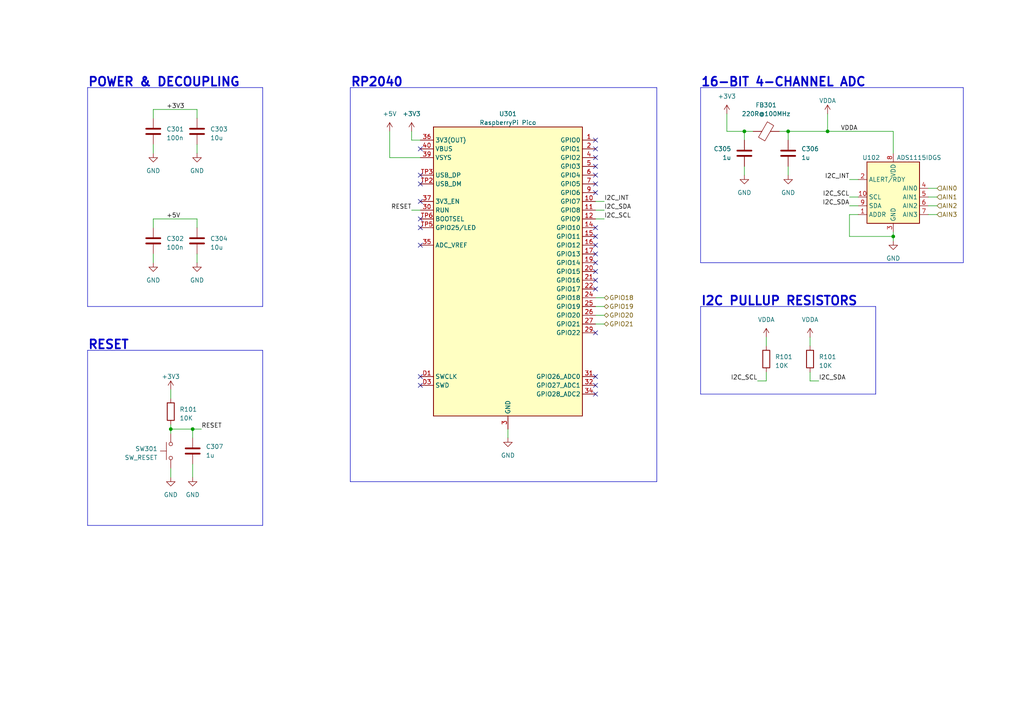
<source format=kicad_sch>
(kicad_sch (version 20230121) (generator eeschema)

  (uuid 62c4f0a7-c8f2-45ca-86fb-30579bcebcc5)

  (paper "A4")

  (title_block
    (title "Pico Baseboard")
    (date "2023-07-10")
    (rev "1.0")
    (company "sudo-junkie")
  )

  (lib_symbols
    (symbol "Analog_ADC:ADS1115IDGS" (in_bom yes) (on_board yes)
      (property "Reference" "U" (at 2.54 13.97 0)
        (effects (font (size 1.27 1.27)))
      )
      (property "Value" "ADS1115IDGS" (at 7.62 11.43 0)
        (effects (font (size 1.27 1.27)))
      )
      (property "Footprint" "Package_SO:TSSOP-10_3x3mm_P0.5mm" (at 0 -12.7 0)
        (effects (font (size 1.27 1.27)) hide)
      )
      (property "Datasheet" "http://www.ti.com/lit/ds/symlink/ads1113.pdf" (at -1.27 -22.86 0)
        (effects (font (size 1.27 1.27)) hide)
      )
      (property "ki_keywords" "16 bit 4 channel I2C ADC" (at 0 0 0)
        (effects (font (size 1.27 1.27)) hide)
      )
      (property "ki_description" "Ultra-Small, Low-Power, I2C-Compatible, 860-SPS, 16-Bit ADCs With Internal Reference, Oscillator, and Programmable Comparator, VSSOP-10" (at 0 0 0)
        (effects (font (size 1.27 1.27)) hide)
      )
      (property "ki_fp_filters" "TSSOP*3x3mm*P0.5mm*" (at 0 0 0)
        (effects (font (size 1.27 1.27)) hide)
      )
      (symbol "ADS1115IDGS_0_1"
        (rectangle (start -7.62 10.16) (end 7.62 -7.62)
          (stroke (width 0.254) (type default))
          (fill (type background))
        )
      )
      (symbol "ADS1115IDGS_1_1"
        (pin input line (at 10.16 -5.08 180) (length 2.54)
          (name "ADDR" (effects (font (size 1.27 1.27))))
          (number "1" (effects (font (size 1.27 1.27))))
        )
        (pin input line (at 10.16 0 180) (length 2.54)
          (name "SCL" (effects (font (size 1.27 1.27))))
          (number "10" (effects (font (size 1.27 1.27))))
        )
        (pin output line (at 10.16 5.08 180) (length 2.54)
          (name "ALERT/RDY" (effects (font (size 1.27 1.27))))
          (number "2" (effects (font (size 1.27 1.27))))
        )
        (pin power_in line (at 0 -10.16 90) (length 2.54)
          (name "GND" (effects (font (size 1.27 1.27))))
          (number "3" (effects (font (size 1.27 1.27))))
        )
        (pin input line (at -10.16 2.54 0) (length 2.54)
          (name "AIN0" (effects (font (size 1.27 1.27))))
          (number "4" (effects (font (size 1.27 1.27))))
        )
        (pin input line (at -10.16 0 0) (length 2.54)
          (name "AIN1" (effects (font (size 1.27 1.27))))
          (number "5" (effects (font (size 1.27 1.27))))
        )
        (pin input line (at -10.16 -2.54 0) (length 2.54)
          (name "AIN2" (effects (font (size 1.27 1.27))))
          (number "6" (effects (font (size 1.27 1.27))))
        )
        (pin input line (at -10.16 -5.08 0) (length 2.54)
          (name "AIN3" (effects (font (size 1.27 1.27))))
          (number "7" (effects (font (size 1.27 1.27))))
        )
        (pin power_in line (at 0 12.7 270) (length 2.54)
          (name "VDD" (effects (font (size 1.27 1.27))))
          (number "8" (effects (font (size 1.27 1.27))))
        )
        (pin bidirectional line (at 10.16 -2.54 180) (length 2.54)
          (name "SDA" (effects (font (size 1.27 1.27))))
          (number "9" (effects (font (size 1.27 1.27))))
        )
      )
    )
    (symbol "Device:C" (pin_numbers hide) (pin_names (offset 0.254)) (in_bom yes) (on_board yes)
      (property "Reference" "C" (at 0.635 2.54 0)
        (effects (font (size 1.27 1.27)) (justify left))
      )
      (property "Value" "C" (at 0.635 -2.54 0)
        (effects (font (size 1.27 1.27)) (justify left))
      )
      (property "Footprint" "" (at 0.9652 -3.81 0)
        (effects (font (size 1.27 1.27)) hide)
      )
      (property "Datasheet" "~" (at 0 0 0)
        (effects (font (size 1.27 1.27)) hide)
      )
      (property "ki_keywords" "cap capacitor" (at 0 0 0)
        (effects (font (size 1.27 1.27)) hide)
      )
      (property "ki_description" "Unpolarized capacitor" (at 0 0 0)
        (effects (font (size 1.27 1.27)) hide)
      )
      (property "ki_fp_filters" "C_*" (at 0 0 0)
        (effects (font (size 1.27 1.27)) hide)
      )
      (symbol "C_0_1"
        (polyline
          (pts
            (xy -2.032 -0.762)
            (xy 2.032 -0.762)
          )
          (stroke (width 0.508) (type default))
          (fill (type none))
        )
        (polyline
          (pts
            (xy -2.032 0.762)
            (xy 2.032 0.762)
          )
          (stroke (width 0.508) (type default))
          (fill (type none))
        )
      )
      (symbol "C_1_1"
        (pin passive line (at 0 3.81 270) (length 2.794)
          (name "~" (effects (font (size 1.27 1.27))))
          (number "1" (effects (font (size 1.27 1.27))))
        )
        (pin passive line (at 0 -3.81 90) (length 2.794)
          (name "~" (effects (font (size 1.27 1.27))))
          (number "2" (effects (font (size 1.27 1.27))))
        )
      )
    )
    (symbol "Device:FerriteBead" (pin_numbers hide) (pin_names (offset 0)) (in_bom yes) (on_board yes)
      (property "Reference" "FB" (at -3.81 0.635 90)
        (effects (font (size 1.27 1.27)))
      )
      (property "Value" "FerriteBead" (at 3.81 0 90)
        (effects (font (size 1.27 1.27)))
      )
      (property "Footprint" "" (at -1.778 0 90)
        (effects (font (size 1.27 1.27)) hide)
      )
      (property "Datasheet" "~" (at 0 0 0)
        (effects (font (size 1.27 1.27)) hide)
      )
      (property "ki_keywords" "L ferrite bead inductor filter" (at 0 0 0)
        (effects (font (size 1.27 1.27)) hide)
      )
      (property "ki_description" "Ferrite bead" (at 0 0 0)
        (effects (font (size 1.27 1.27)) hide)
      )
      (property "ki_fp_filters" "Inductor_* L_* *Ferrite*" (at 0 0 0)
        (effects (font (size 1.27 1.27)) hide)
      )
      (symbol "FerriteBead_0_1"
        (polyline
          (pts
            (xy 0 -1.27)
            (xy 0 -1.2192)
          )
          (stroke (width 0) (type default))
          (fill (type none))
        )
        (polyline
          (pts
            (xy 0 1.27)
            (xy 0 1.2954)
          )
          (stroke (width 0) (type default))
          (fill (type none))
        )
        (polyline
          (pts
            (xy -2.7686 0.4064)
            (xy -1.7018 2.2606)
            (xy 2.7686 -0.3048)
            (xy 1.6764 -2.159)
            (xy -2.7686 0.4064)
          )
          (stroke (width 0) (type default))
          (fill (type none))
        )
      )
      (symbol "FerriteBead_1_1"
        (pin passive line (at 0 3.81 270) (length 2.54)
          (name "~" (effects (font (size 1.27 1.27))))
          (number "1" (effects (font (size 1.27 1.27))))
        )
        (pin passive line (at 0 -3.81 90) (length 2.54)
          (name "~" (effects (font (size 1.27 1.27))))
          (number "2" (effects (font (size 1.27 1.27))))
        )
      )
    )
    (symbol "Device:R" (pin_numbers hide) (pin_names (offset 0)) (in_bom yes) (on_board yes)
      (property "Reference" "R" (at 2.032 0 90)
        (effects (font (size 1.27 1.27)))
      )
      (property "Value" "R" (at 0 0 90)
        (effects (font (size 1.27 1.27)))
      )
      (property "Footprint" "" (at -1.778 0 90)
        (effects (font (size 1.27 1.27)) hide)
      )
      (property "Datasheet" "~" (at 0 0 0)
        (effects (font (size 1.27 1.27)) hide)
      )
      (property "ki_keywords" "R res resistor" (at 0 0 0)
        (effects (font (size 1.27 1.27)) hide)
      )
      (property "ki_description" "Resistor" (at 0 0 0)
        (effects (font (size 1.27 1.27)) hide)
      )
      (property "ki_fp_filters" "R_*" (at 0 0 0)
        (effects (font (size 1.27 1.27)) hide)
      )
      (symbol "R_0_1"
        (rectangle (start -1.016 -2.54) (end 1.016 2.54)
          (stroke (width 0.254) (type default))
          (fill (type none))
        )
      )
      (symbol "R_1_1"
        (pin passive line (at 0 3.81 270) (length 1.27)
          (name "~" (effects (font (size 1.27 1.27))))
          (number "1" (effects (font (size 1.27 1.27))))
        )
        (pin passive line (at 0 -3.81 90) (length 1.27)
          (name "~" (effects (font (size 1.27 1.27))))
          (number "2" (effects (font (size 1.27 1.27))))
        )
      )
    )
    (symbol "My_MCU_RaspberryPi_Module:RaspberryPi Pico" (in_bom yes) (on_board yes)
      (property "Reference" "U" (at 17.78 45.72 0)
        (effects (font (size 1.27 1.27)))
      )
      (property "Value" "RaspberryPi Pico" (at 20.32 43.18 0)
        (effects (font (size 1.27 1.27)))
      )
      (property "Footprint" "My_MCU_RaspberryPi_Module:RaspberryPi Pico" (at 0 0 0)
        (effects (font (size 1.27 1.27)) hide)
      )
      (property "Datasheet" "https://datasheets.raspberrypi.com/pico/pico-datasheet.pdf" (at 2.54 58.42 0)
        (effects (font (size 1.27 1.27)) hide)
      )
      (property "ki_keywords" "RP2040 ARM Cortex-M0+ USB" (at 0 0 0)
        (effects (font (size 1.27 1.27)) hide)
      )
      (property "ki_description" "A microcontroller board by Raspberry Pi" (at 0 0 0)
        (effects (font (size 1.27 1.27)) hide)
      )
      (property "ki_fp_filters" "QFN*1EP*7x7mm?P0.4mm*" (at 0 0 0)
        (effects (font (size 1.27 1.27)) hide)
      )
      (symbol "RaspberryPi Pico_0_1"
        (rectangle (start -21.59 41.91) (end 21.59 -41.91)
          (stroke (width 0.254) (type default))
          (fill (type background))
        )
      )
      (symbol "RaspberryPi Pico_1_0"
        (pin passive line (at 0 -45.72 90) (length 3.81) hide
          (name "GND" (effects (font (size 1.27 1.27))))
          (number "13" (effects (font (size 1.27 1.27))))
        )
        (pin passive line (at 0 -45.72 90) (length 3.81) hide
          (name "GND" (effects (font (size 1.27 1.27))))
          (number "18" (effects (font (size 1.27 1.27))))
        )
        (pin passive line (at 0 -45.72 90) (length 3.81) hide
          (name "GND" (effects (font (size 1.27 1.27))))
          (number "23" (effects (font (size 1.27 1.27))))
        )
        (pin passive line (at 0 -45.72 90) (length 3.81) hide
          (name "GND" (effects (font (size 1.27 1.27))))
          (number "28" (effects (font (size 1.27 1.27))))
        )
        (pin passive line (at 0 -45.72 90) (length 3.81) hide
          (name "GND" (effects (font (size 1.27 1.27))))
          (number "33" (effects (font (size 1.27 1.27))))
        )
        (pin passive line (at 0 -45.72 90) (length 3.81) hide
          (name "GND" (effects (font (size 1.27 1.27))))
          (number "38" (effects (font (size 1.27 1.27))))
        )
        (pin power_in line (at -25.4 33.02 0) (length 3.81)
          (name "VSYS" (effects (font (size 1.27 1.27))))
          (number "39" (effects (font (size 1.27 1.27))))
        )
        (pin passive line (at 0 -45.72 90) (length 3.81) hide
          (name "GND" (effects (font (size 1.27 1.27))))
          (number "8" (effects (font (size 1.27 1.27))))
        )
        (pin passive line (at 0 -45.72 90) (length 3.81) hide
          (name "GND" (effects (font (size 1.27 1.27))))
          (number "A" (effects (font (size 1.27 1.27))))
        )
        (pin passive line (at 0 -45.72 90) (length 3.81) hide
          (name "GND" (effects (font (size 1.27 1.27))))
          (number "B" (effects (font (size 1.27 1.27))))
        )
        (pin passive line (at 0 -45.72 90) (length 3.81) hide
          (name "GND" (effects (font (size 1.27 1.27))))
          (number "C" (effects (font (size 1.27 1.27))))
        )
        (pin passive line (at 0 -45.72 90) (length 3.81) hide
          (name "GND" (effects (font (size 1.27 1.27))))
          (number "D" (effects (font (size 1.27 1.27))))
        )
        (pin passive line (at 0 -45.72 90) (length 3.81) hide
          (name "GND" (effects (font (size 1.27 1.27))))
          (number "D2" (effects (font (size 1.27 1.27))))
        )
        (pin passive line (at 0 -45.72 90) (length 3.81) hide
          (name "GND" (effects (font (size 1.27 1.27))))
          (number "TP1" (effects (font (size 1.27 1.27))))
        )
        (pin no_connect line (at -21.59 10.16 0) (length 2.54) hide
          (name "GPIO23/SMPS_PS" (effects (font (size 1.27 1.27))))
          (number "TP4" (effects (font (size 1.27 1.27))))
        )
        (pin passive line (at -25.4 12.7 0) (length 3.81)
          (name "GPIO25/LED" (effects (font (size 1.27 1.27))))
          (number "TP5" (effects (font (size 1.27 1.27))))
        )
        (pin input line (at -25.4 15.24 0) (length 3.81)
          (name "BOOTSEL" (effects (font (size 1.27 1.27))))
          (number "TP6" (effects (font (size 1.27 1.27))))
        )
      )
      (symbol "RaspberryPi Pico_1_1"
        (pin bidirectional line (at 25.4 38.1 180) (length 3.81)
          (name "GPIO0" (effects (font (size 1.27 1.27))))
          (number "1" (effects (font (size 1.27 1.27))))
        )
        (pin bidirectional line (at 25.4 20.32 180) (length 3.81)
          (name "GPIO7" (effects (font (size 1.27 1.27))))
          (number "10" (effects (font (size 1.27 1.27))))
        )
        (pin bidirectional line (at 25.4 17.78 180) (length 3.81)
          (name "GPIO8" (effects (font (size 1.27 1.27))))
          (number "11" (effects (font (size 1.27 1.27))))
        )
        (pin bidirectional line (at 25.4 15.24 180) (length 3.81)
          (name "GPIO9" (effects (font (size 1.27 1.27))))
          (number "12" (effects (font (size 1.27 1.27))))
        )
        (pin bidirectional line (at 25.4 12.7 180) (length 3.81)
          (name "GPIO10" (effects (font (size 1.27 1.27))))
          (number "14" (effects (font (size 1.27 1.27))))
        )
        (pin bidirectional line (at 25.4 10.16 180) (length 3.81)
          (name "GPIO11" (effects (font (size 1.27 1.27))))
          (number "15" (effects (font (size 1.27 1.27))))
        )
        (pin bidirectional line (at 25.4 7.62 180) (length 3.81)
          (name "GPIO12" (effects (font (size 1.27 1.27))))
          (number "16" (effects (font (size 1.27 1.27))))
        )
        (pin bidirectional line (at 25.4 5.08 180) (length 3.81)
          (name "GPIO13" (effects (font (size 1.27 1.27))))
          (number "17" (effects (font (size 1.27 1.27))))
        )
        (pin bidirectional line (at 25.4 2.54 180) (length 3.81)
          (name "GPIO14" (effects (font (size 1.27 1.27))))
          (number "19" (effects (font (size 1.27 1.27))))
        )
        (pin bidirectional line (at 25.4 35.56 180) (length 3.81)
          (name "GPIO1" (effects (font (size 1.27 1.27))))
          (number "2" (effects (font (size 1.27 1.27))))
        )
        (pin bidirectional line (at 25.4 0 180) (length 3.81)
          (name "GPIO15" (effects (font (size 1.27 1.27))))
          (number "20" (effects (font (size 1.27 1.27))))
        )
        (pin bidirectional line (at 25.4 -2.54 180) (length 3.81)
          (name "GPIO16" (effects (font (size 1.27 1.27))))
          (number "21" (effects (font (size 1.27 1.27))))
        )
        (pin bidirectional line (at 25.4 -5.08 180) (length 3.81)
          (name "GPIO17" (effects (font (size 1.27 1.27))))
          (number "22" (effects (font (size 1.27 1.27))))
        )
        (pin bidirectional line (at 25.4 -7.62 180) (length 3.81)
          (name "GPIO18" (effects (font (size 1.27 1.27))))
          (number "24" (effects (font (size 1.27 1.27))))
        )
        (pin bidirectional line (at 25.4 -10.16 180) (length 3.81)
          (name "GPIO19" (effects (font (size 1.27 1.27))))
          (number "25" (effects (font (size 1.27 1.27))))
        )
        (pin bidirectional line (at 25.4 -12.7 180) (length 3.81)
          (name "GPIO20" (effects (font (size 1.27 1.27))))
          (number "26" (effects (font (size 1.27 1.27))))
        )
        (pin bidirectional line (at 25.4 -15.24 180) (length 3.81)
          (name "GPIO21" (effects (font (size 1.27 1.27))))
          (number "27" (effects (font (size 1.27 1.27))))
        )
        (pin bidirectional line (at 25.4 -17.78 180) (length 3.81)
          (name "GPIO22" (effects (font (size 1.27 1.27))))
          (number "29" (effects (font (size 1.27 1.27))))
        )
        (pin passive line (at 0 -45.72 90) (length 3.81)
          (name "GND" (effects (font (size 1.27 1.27))))
          (number "3" (effects (font (size 1.27 1.27))))
        )
        (pin input line (at -25.4 17.78 0) (length 3.81)
          (name "RUN" (effects (font (size 1.27 1.27))))
          (number "30" (effects (font (size 1.27 1.27))))
        )
        (pin bidirectional line (at 25.4 -30.48 180) (length 3.81)
          (name "GPIO26_ADC0" (effects (font (size 1.27 1.27))))
          (number "31" (effects (font (size 1.27 1.27))))
        )
        (pin bidirectional line (at 25.4 -33.02 180) (length 3.81)
          (name "GPIO27_ADC1" (effects (font (size 1.27 1.27))))
          (number "32" (effects (font (size 1.27 1.27))))
        )
        (pin bidirectional line (at 25.4 -35.56 180) (length 3.81)
          (name "GPIO28_ADC2" (effects (font (size 1.27 1.27))))
          (number "34" (effects (font (size 1.27 1.27))))
        )
        (pin input line (at -25.4 7.62 0) (length 3.81)
          (name "ADC_VREF" (effects (font (size 1.27 1.27))))
          (number "35" (effects (font (size 1.27 1.27))))
        )
        (pin power_out line (at -25.4 38.1 0) (length 3.81)
          (name "3V3(OUT)" (effects (font (size 1.27 1.27))))
          (number "36" (effects (font (size 1.27 1.27))))
        )
        (pin input line (at -25.4 20.32 0) (length 3.81)
          (name "3V3_EN" (effects (font (size 1.27 1.27))))
          (number "37" (effects (font (size 1.27 1.27))))
        )
        (pin bidirectional line (at 25.4 33.02 180) (length 3.81)
          (name "GPIO2" (effects (font (size 1.27 1.27))))
          (number "4" (effects (font (size 1.27 1.27))))
        )
        (pin power_in line (at -25.4 35.56 0) (length 3.81)
          (name "VBUS" (effects (font (size 1.27 1.27))))
          (number "40" (effects (font (size 1.27 1.27))))
        )
        (pin bidirectional line (at 25.4 30.48 180) (length 3.81)
          (name "GPIO3" (effects (font (size 1.27 1.27))))
          (number "5" (effects (font (size 1.27 1.27))))
        )
        (pin bidirectional line (at 25.4 27.94 180) (length 3.81)
          (name "GPIO4" (effects (font (size 1.27 1.27))))
          (number "6" (effects (font (size 1.27 1.27))))
        )
        (pin bidirectional line (at 25.4 25.4 180) (length 3.81)
          (name "GPIO5" (effects (font (size 1.27 1.27))))
          (number "7" (effects (font (size 1.27 1.27))))
        )
        (pin bidirectional line (at 25.4 22.86 180) (length 3.81)
          (name "GPIO6" (effects (font (size 1.27 1.27))))
          (number "9" (effects (font (size 1.27 1.27))))
        )
        (pin input line (at -25.4 -30.48 0) (length 3.81)
          (name "SWCLK" (effects (font (size 1.27 1.27))))
          (number "D1" (effects (font (size 1.27 1.27))))
        )
        (pin bidirectional line (at -25.4 -33.02 0) (length 3.81)
          (name "SWD" (effects (font (size 1.27 1.27))))
          (number "D3" (effects (font (size 1.27 1.27))))
        )
        (pin bidirectional line (at -25.4 25.4 0) (length 3.81)
          (name "USB_DM" (effects (font (size 1.27 1.27))))
          (number "TP2" (effects (font (size 1.27 1.27))))
        )
        (pin bidirectional line (at -25.4 27.94 0) (length 3.81)
          (name "USB_DP" (effects (font (size 1.27 1.27))))
          (number "TP3" (effects (font (size 1.27 1.27))))
        )
      )
    )
    (symbol "Switch:SW_Push" (pin_numbers hide) (pin_names (offset 1.016) hide) (in_bom yes) (on_board yes)
      (property "Reference" "SW" (at 1.27 2.54 0)
        (effects (font (size 1.27 1.27)) (justify left))
      )
      (property "Value" "SW_Push" (at 0 -1.524 0)
        (effects (font (size 1.27 1.27)))
      )
      (property "Footprint" "" (at 0 5.08 0)
        (effects (font (size 1.27 1.27)) hide)
      )
      (property "Datasheet" "~" (at 0 5.08 0)
        (effects (font (size 1.27 1.27)) hide)
      )
      (property "ki_keywords" "switch normally-open pushbutton push-button" (at 0 0 0)
        (effects (font (size 1.27 1.27)) hide)
      )
      (property "ki_description" "Push button switch, generic, two pins" (at 0 0 0)
        (effects (font (size 1.27 1.27)) hide)
      )
      (symbol "SW_Push_0_1"
        (circle (center -2.032 0) (radius 0.508)
          (stroke (width 0) (type default))
          (fill (type none))
        )
        (polyline
          (pts
            (xy 0 1.27)
            (xy 0 3.048)
          )
          (stroke (width 0) (type default))
          (fill (type none))
        )
        (polyline
          (pts
            (xy 2.54 1.27)
            (xy -2.54 1.27)
          )
          (stroke (width 0) (type default))
          (fill (type none))
        )
        (circle (center 2.032 0) (radius 0.508)
          (stroke (width 0) (type default))
          (fill (type none))
        )
        (pin passive line (at -5.08 0 0) (length 2.54)
          (name "1" (effects (font (size 1.27 1.27))))
          (number "1" (effects (font (size 1.27 1.27))))
        )
        (pin passive line (at 5.08 0 180) (length 2.54)
          (name "2" (effects (font (size 1.27 1.27))))
          (number "2" (effects (font (size 1.27 1.27))))
        )
      )
    )
    (symbol "power:+3V3" (power) (pin_names (offset 0)) (in_bom yes) (on_board yes)
      (property "Reference" "#PWR" (at 0 -3.81 0)
        (effects (font (size 1.27 1.27)) hide)
      )
      (property "Value" "+3V3" (at 0 3.556 0)
        (effects (font (size 1.27 1.27)))
      )
      (property "Footprint" "" (at 0 0 0)
        (effects (font (size 1.27 1.27)) hide)
      )
      (property "Datasheet" "" (at 0 0 0)
        (effects (font (size 1.27 1.27)) hide)
      )
      (property "ki_keywords" "global power" (at 0 0 0)
        (effects (font (size 1.27 1.27)) hide)
      )
      (property "ki_description" "Power symbol creates a global label with name \"+3V3\"" (at 0 0 0)
        (effects (font (size 1.27 1.27)) hide)
      )
      (symbol "+3V3_0_1"
        (polyline
          (pts
            (xy -0.762 1.27)
            (xy 0 2.54)
          )
          (stroke (width 0) (type default))
          (fill (type none))
        )
        (polyline
          (pts
            (xy 0 0)
            (xy 0 2.54)
          )
          (stroke (width 0) (type default))
          (fill (type none))
        )
        (polyline
          (pts
            (xy 0 2.54)
            (xy 0.762 1.27)
          )
          (stroke (width 0) (type default))
          (fill (type none))
        )
      )
      (symbol "+3V3_1_1"
        (pin power_in line (at 0 0 90) (length 0) hide
          (name "+3V3" (effects (font (size 1.27 1.27))))
          (number "1" (effects (font (size 1.27 1.27))))
        )
      )
    )
    (symbol "power:+5V" (power) (pin_names (offset 0)) (in_bom yes) (on_board yes)
      (property "Reference" "#PWR" (at 0 -3.81 0)
        (effects (font (size 1.27 1.27)) hide)
      )
      (property "Value" "+5V" (at 0 3.556 0)
        (effects (font (size 1.27 1.27)))
      )
      (property "Footprint" "" (at 0 0 0)
        (effects (font (size 1.27 1.27)) hide)
      )
      (property "Datasheet" "" (at 0 0 0)
        (effects (font (size 1.27 1.27)) hide)
      )
      (property "ki_keywords" "global power" (at 0 0 0)
        (effects (font (size 1.27 1.27)) hide)
      )
      (property "ki_description" "Power symbol creates a global label with name \"+5V\"" (at 0 0 0)
        (effects (font (size 1.27 1.27)) hide)
      )
      (symbol "+5V_0_1"
        (polyline
          (pts
            (xy -0.762 1.27)
            (xy 0 2.54)
          )
          (stroke (width 0) (type default))
          (fill (type none))
        )
        (polyline
          (pts
            (xy 0 0)
            (xy 0 2.54)
          )
          (stroke (width 0) (type default))
          (fill (type none))
        )
        (polyline
          (pts
            (xy 0 2.54)
            (xy 0.762 1.27)
          )
          (stroke (width 0) (type default))
          (fill (type none))
        )
      )
      (symbol "+5V_1_1"
        (pin power_in line (at 0 0 90) (length 0) hide
          (name "+5V" (effects (font (size 1.27 1.27))))
          (number "1" (effects (font (size 1.27 1.27))))
        )
      )
    )
    (symbol "power:GND" (power) (pin_names (offset 0)) (in_bom yes) (on_board yes)
      (property "Reference" "#PWR" (at 0 -6.35 0)
        (effects (font (size 1.27 1.27)) hide)
      )
      (property "Value" "GND" (at 0 -3.81 0)
        (effects (font (size 1.27 1.27)))
      )
      (property "Footprint" "" (at 0 0 0)
        (effects (font (size 1.27 1.27)) hide)
      )
      (property "Datasheet" "" (at 0 0 0)
        (effects (font (size 1.27 1.27)) hide)
      )
      (property "ki_keywords" "global power" (at 0 0 0)
        (effects (font (size 1.27 1.27)) hide)
      )
      (property "ki_description" "Power symbol creates a global label with name \"GND\" , ground" (at 0 0 0)
        (effects (font (size 1.27 1.27)) hide)
      )
      (symbol "GND_0_1"
        (polyline
          (pts
            (xy 0 0)
            (xy 0 -1.27)
            (xy 1.27 -1.27)
            (xy 0 -2.54)
            (xy -1.27 -1.27)
            (xy 0 -1.27)
          )
          (stroke (width 0) (type default))
          (fill (type none))
        )
      )
      (symbol "GND_1_1"
        (pin power_in line (at 0 0 270) (length 0) hide
          (name "GND" (effects (font (size 1.27 1.27))))
          (number "1" (effects (font (size 1.27 1.27))))
        )
      )
    )
    (symbol "power:VDDA" (power) (pin_names (offset 0)) (in_bom yes) (on_board yes)
      (property "Reference" "#PWR" (at 0 -3.81 0)
        (effects (font (size 1.27 1.27)) hide)
      )
      (property "Value" "VDDA" (at 0 3.81 0)
        (effects (font (size 1.27 1.27)))
      )
      (property "Footprint" "" (at 0 0 0)
        (effects (font (size 1.27 1.27)) hide)
      )
      (property "Datasheet" "" (at 0 0 0)
        (effects (font (size 1.27 1.27)) hide)
      )
      (property "ki_keywords" "global power" (at 0 0 0)
        (effects (font (size 1.27 1.27)) hide)
      )
      (property "ki_description" "Power symbol creates a global label with name \"VDDA\"" (at 0 0 0)
        (effects (font (size 1.27 1.27)) hide)
      )
      (symbol "VDDA_0_1"
        (polyline
          (pts
            (xy -0.762 1.27)
            (xy 0 2.54)
          )
          (stroke (width 0) (type default))
          (fill (type none))
        )
        (polyline
          (pts
            (xy 0 0)
            (xy 0 2.54)
          )
          (stroke (width 0) (type default))
          (fill (type none))
        )
        (polyline
          (pts
            (xy 0 2.54)
            (xy 0.762 1.27)
          )
          (stroke (width 0) (type default))
          (fill (type none))
        )
      )
      (symbol "VDDA_1_1"
        (pin power_in line (at 0 0 90) (length 0) hide
          (name "VDDA" (effects (font (size 1.27 1.27))))
          (number "1" (effects (font (size 1.27 1.27))))
        )
      )
    )
  )

  (junction (at 215.9 38.1) (diameter 0) (color 0 0 0 0)
    (uuid 1769cd48-e1a1-4420-a853-dfc1b8eefdf8)
  )
  (junction (at 240.03 38.1) (diameter 0) (color 0 0 0 0)
    (uuid 4e458290-770b-420d-afd6-95c8f3dba202)
  )
  (junction (at 228.6 38.1) (diameter 0) (color 0 0 0 0)
    (uuid 56d15aac-31e2-4f50-afdf-0765d2ab6f0f)
  )
  (junction (at 259.08 68.58) (diameter 0) (color 0 0 0 0)
    (uuid 726c994a-f9de-492b-b884-8b4f634331c6)
  )
  (junction (at 55.88 124.46) (diameter 0) (color 0 0 0 0)
    (uuid 8f31cb8b-1efd-4032-a8bc-09f07135f444)
  )
  (junction (at 49.53 124.46) (diameter 0) (color 0 0 0 0)
    (uuid a717879e-ae21-43d1-b70f-bf224d587093)
  )

  (no_connect (at 172.72 55.88) (uuid 00d66430-8191-4437-8e4d-ad5c15c7a1e3))
  (no_connect (at 172.72 114.3) (uuid 04fd8193-2876-47de-8399-8200fa9ab602))
  (no_connect (at 121.92 50.8) (uuid 05319ac7-fef2-44d7-a438-b485cf5cd7b0))
  (no_connect (at 121.92 58.42) (uuid 08fa3019-4d01-4b62-9e01-fc7a3f3cb341))
  (no_connect (at 172.72 71.12) (uuid 354d7da4-e5e8-448a-9f5d-722450883f63))
  (no_connect (at 172.72 43.18) (uuid 3a136f85-01fd-422c-b48e-f6c3e00019db))
  (no_connect (at 172.72 76.2) (uuid 5a63ae43-2a0a-4069-afbe-c1860453d5d5))
  (no_connect (at 172.72 81.28) (uuid 6372e0ee-e9d3-4ce2-b6d5-34abbe6f1535))
  (no_connect (at 172.72 40.64) (uuid 6f2dad2d-7bc3-4213-b16c-db0354ddb305))
  (no_connect (at 172.72 53.34) (uuid 72c59df9-b52b-4dea-9ad8-44e5d40675a7))
  (no_connect (at 172.72 66.04) (uuid 785108d6-0208-4bc7-a710-d1741ce5a686))
  (no_connect (at 172.72 96.52) (uuid 7b520767-26b2-48f0-8916-d99f1cf877e0))
  (no_connect (at 172.72 50.8) (uuid 7b598767-1dcd-4949-89e7-cb5b8fd5c58e))
  (no_connect (at 121.92 111.76) (uuid 8120e6cc-ef4c-473a-99f1-db5c5d0fb1d2))
  (no_connect (at 121.92 43.18) (uuid 889c75a6-5979-4de7-bbb1-490c420f3bc3))
  (no_connect (at 172.72 68.58) (uuid 8fe08e7e-e119-4404-8eec-368495e8ee30))
  (no_connect (at 172.72 83.82) (uuid 908aa204-659c-45ce-8396-96b580a57432))
  (no_connect (at 172.72 73.66) (uuid 9194b362-7d46-4179-8036-f1f0eaa73626))
  (no_connect (at 172.72 45.72) (uuid 9539c852-b446-4c90-a81c-90a42b1934e8))
  (no_connect (at 121.92 66.04) (uuid 97152d30-ada1-47d9-a5cd-214b3d44e2ff))
  (no_connect (at 172.72 109.22) (uuid c33f5bc9-bb79-4368-9038-5f2f400e8f38))
  (no_connect (at 172.72 48.26) (uuid c76c1eba-ebdc-4b46-8a7c-91edc9da0f3c))
  (no_connect (at 121.92 71.12) (uuid ce399284-315c-4607-b417-cff13e6da493))
  (no_connect (at 121.92 109.22) (uuid ce5948d0-c8f0-4306-b578-87949a644900))
  (no_connect (at 121.92 63.5) (uuid cf8d20f6-c9b1-407e-8461-08dca841b3c7))
  (no_connect (at 121.92 53.34) (uuid d4d51365-e4a5-408c-be4f-c46bcb24a5ec))
  (no_connect (at 172.72 78.74) (uuid e0774c45-ce29-448e-b517-6a5d55beda26))
  (no_connect (at 172.72 111.76) (uuid ff44c957-6397-4ec8-92bb-e69a7530d945))

  (polyline (pts (xy 203.2 76.2) (xy 203.2 25.4))
    (stroke (width 0) (type default))
    (uuid 02fe9650-5446-4705-ae37-c2d9baeba083)
  )

  (wire (pts (xy 172.72 88.9) (xy 175.26 88.9))
    (stroke (width 0) (type default))
    (uuid 0440877e-c116-470c-a9ca-551b16d2a8d7)
  )
  (wire (pts (xy 222.25 97.79) (xy 222.25 100.33))
    (stroke (width 0) (type default))
    (uuid 06b404ff-d79d-4777-b742-26005256df33)
  )
  (polyline (pts (xy 101.6 139.7) (xy 101.6 25.4))
    (stroke (width 0) (type default))
    (uuid 08072f20-5a78-4f09-91f5-c41dfa95a1bf)
  )

  (wire (pts (xy 222.25 110.49) (xy 222.25 107.95))
    (stroke (width 0) (type default))
    (uuid 0b2e3027-3e74-4eb5-b2cd-b8e9f30ba883)
  )
  (wire (pts (xy 172.72 91.44) (xy 175.26 91.44))
    (stroke (width 0) (type default))
    (uuid 0d6e994a-45ed-42cd-b0a9-056f00a952e2)
  )
  (wire (pts (xy 240.03 33.02) (xy 240.03 38.1))
    (stroke (width 0) (type default))
    (uuid 16e1b552-0a02-4ab0-b28d-45daebea39ab)
  )
  (polyline (pts (xy 25.4 101.6) (xy 76.2 101.6))
    (stroke (width 0) (type default))
    (uuid 18e72c22-5e2d-4dad-804b-136f2b64df47)
  )

  (wire (pts (xy 246.38 62.23) (xy 246.38 68.58))
    (stroke (width 0) (type default))
    (uuid 18f336aa-1794-4bcd-bdb0-9c4a785f6a17)
  )
  (polyline (pts (xy 190.5 139.7) (xy 101.6 139.7))
    (stroke (width 0) (type default))
    (uuid 1cef5426-f4f7-4e8b-a06d-728090ef3077)
  )

  (wire (pts (xy 113.03 45.72) (xy 121.92 45.72))
    (stroke (width 0) (type default))
    (uuid 1ef68208-7363-4c4c-a4f5-ca4435ddde06)
  )
  (wire (pts (xy 175.26 63.5) (xy 172.72 63.5))
    (stroke (width 0) (type default))
    (uuid 24431f20-9d82-4755-8415-7c26e70c261c)
  )
  (wire (pts (xy 246.38 52.07) (xy 248.92 52.07))
    (stroke (width 0) (type default))
    (uuid 30370e4d-bbff-4274-a9bd-04ec0af7ac09)
  )
  (polyline (pts (xy 76.2 88.9) (xy 25.4 88.9))
    (stroke (width 0) (type default))
    (uuid 309b3d48-efe1-409b-ab62-cceb4272fa59)
  )
  (polyline (pts (xy 76.2 25.4) (xy 76.2 88.9))
    (stroke (width 0) (type default))
    (uuid 324f7374-ba0a-457e-b17a-84360dcd28f8)
  )

  (wire (pts (xy 44.45 63.5) (xy 44.45 66.04))
    (stroke (width 0) (type default))
    (uuid 33ea707b-a0e1-4352-b361-82db4cc5a262)
  )
  (wire (pts (xy 147.32 124.46) (xy 147.32 127))
    (stroke (width 0) (type default))
    (uuid 3fd4c8de-da30-4516-b059-63215f0c90a7)
  )
  (polyline (pts (xy 203.2 88.9) (xy 254 88.9))
    (stroke (width 0) (type default))
    (uuid 42398002-404d-45c1-8142-64f921a5bd17)
  )

  (wire (pts (xy 44.45 41.91) (xy 44.45 44.45))
    (stroke (width 0) (type default))
    (uuid 4262e540-9199-4556-b133-2ac81b048bc4)
  )
  (wire (pts (xy 55.88 124.46) (xy 49.53 124.46))
    (stroke (width 0) (type default))
    (uuid 429b08e0-e7d7-49b1-bf31-4744c1a546fa)
  )
  (polyline (pts (xy 25.4 152.4) (xy 25.4 101.6))
    (stroke (width 0) (type default))
    (uuid 45098384-4184-46bd-adc0-8d882e9a6ca7)
  )

  (wire (pts (xy 215.9 38.1) (xy 215.9 40.64))
    (stroke (width 0) (type default))
    (uuid 46d64ee5-de52-4d96-915f-454c662f5352)
  )
  (polyline (pts (xy 190.5 25.4) (xy 190.5 139.7))
    (stroke (width 0) (type default))
    (uuid 487d8e33-2d02-4b8f-b2a5-1d9c5c469c20)
  )

  (wire (pts (xy 210.82 33.02) (xy 210.82 38.1))
    (stroke (width 0) (type default))
    (uuid 4a362bdb-e93d-4d4b-ada5-c412178079d2)
  )
  (wire (pts (xy 210.82 38.1) (xy 215.9 38.1))
    (stroke (width 0) (type default))
    (uuid 4a7a443b-6d22-46f8-93fb-f785c848b4a2)
  )
  (wire (pts (xy 44.45 31.75) (xy 57.15 31.75))
    (stroke (width 0) (type default))
    (uuid 4b2b95e9-db47-4609-840c-5ac137b9b6fa)
  )
  (wire (pts (xy 49.53 135.89) (xy 49.53 138.43))
    (stroke (width 0) (type default))
    (uuid 4c90f7a6-af1e-4f17-92e9-0b9f3aa40c2a)
  )
  (wire (pts (xy 269.24 59.69) (xy 271.78 59.69))
    (stroke (width 0) (type default))
    (uuid 4d6ffa36-03d2-48c0-b0df-6140c0c9a603)
  )
  (wire (pts (xy 228.6 38.1) (xy 240.03 38.1))
    (stroke (width 0) (type default))
    (uuid 4fc12f04-aa8c-4f7d-b038-c216646bc7a2)
  )
  (wire (pts (xy 119.38 60.96) (xy 121.92 60.96))
    (stroke (width 0) (type default))
    (uuid 5100ed10-f9c5-4335-8bce-17a32d71d002)
  )
  (wire (pts (xy 49.53 113.03) (xy 49.53 115.57))
    (stroke (width 0) (type default))
    (uuid 5583b6ab-18f6-42ce-b3d8-7dd3abe83d20)
  )
  (polyline (pts (xy 203.2 25.4) (xy 279.4 25.4))
    (stroke (width 0) (type default))
    (uuid 5ce540da-2549-4eb9-a029-69f3a8d47997)
  )

  (wire (pts (xy 44.45 73.66) (xy 44.45 76.2))
    (stroke (width 0) (type default))
    (uuid 5e4a6658-7871-4149-b186-afc959309e3f)
  )
  (wire (pts (xy 228.6 48.26) (xy 228.6 50.8))
    (stroke (width 0) (type default))
    (uuid 6894feb4-b6c0-4bc9-9162-fde9fcefcb49)
  )
  (wire (pts (xy 57.15 31.75) (xy 57.15 34.29))
    (stroke (width 0) (type default))
    (uuid 6cc5b12b-05bb-4798-8d27-71625a467e4e)
  )
  (wire (pts (xy 172.72 86.36) (xy 175.26 86.36))
    (stroke (width 0) (type default))
    (uuid 6d99ddbb-8ec9-4fab-a2cd-279ef3557eb6)
  )
  (wire (pts (xy 44.45 31.75) (xy 44.45 34.29))
    (stroke (width 0) (type default))
    (uuid 719f5c88-7864-44ce-a1ed-920ed7914b5c)
  )
  (wire (pts (xy 269.24 62.23) (xy 271.78 62.23))
    (stroke (width 0) (type default))
    (uuid 7eba6ee6-6239-485e-a813-5a1160a59232)
  )
  (wire (pts (xy 57.15 73.66) (xy 57.15 76.2))
    (stroke (width 0) (type default))
    (uuid 80f6e27c-a216-496e-980e-e277a901796b)
  )
  (wire (pts (xy 55.88 134.62) (xy 55.88 138.43))
    (stroke (width 0) (type default))
    (uuid 81b76898-347f-4319-bfcc-f70f8e753be5)
  )
  (wire (pts (xy 57.15 41.91) (xy 57.15 44.45))
    (stroke (width 0) (type default))
    (uuid 8647ed9c-dd72-4b17-8c31-1480576548c2)
  )
  (wire (pts (xy 259.08 68.58) (xy 259.08 69.85))
    (stroke (width 0) (type default))
    (uuid 8b340a9f-d030-4719-9eb6-4d38c6eb7682)
  )
  (polyline (pts (xy 279.4 76.2) (xy 203.2 76.2))
    (stroke (width 0) (type default))
    (uuid 8c0cbf35-0ff9-49fd-b7e1-1403478e8022)
  )

  (wire (pts (xy 55.88 127) (xy 55.88 124.46))
    (stroke (width 0) (type default))
    (uuid 91d37e8f-9f71-42cf-8c5d-0e7015193110)
  )
  (wire (pts (xy 119.38 38.1) (xy 119.38 40.64))
    (stroke (width 0) (type default))
    (uuid 973ba025-0694-42b4-9538-f3cce481568e)
  )
  (wire (pts (xy 49.53 123.19) (xy 49.53 124.46))
    (stroke (width 0) (type default))
    (uuid 98b6fd31-71da-4a04-9ba8-a9e3a3d0ac9c)
  )
  (wire (pts (xy 215.9 48.26) (xy 215.9 50.8))
    (stroke (width 0) (type default))
    (uuid 9e2cb06e-a583-43da-8625-9614a1d31c95)
  )
  (wire (pts (xy 113.03 38.1) (xy 113.03 45.72))
    (stroke (width 0) (type default))
    (uuid a0685c0a-56ef-4002-8e6c-31c461096d3c)
  )
  (wire (pts (xy 226.06 38.1) (xy 228.6 38.1))
    (stroke (width 0) (type default))
    (uuid a3cbcc02-cc62-4391-86a6-c45632f4c850)
  )
  (wire (pts (xy 119.38 40.64) (xy 121.92 40.64))
    (stroke (width 0) (type default))
    (uuid ac120e61-65e8-43f6-a85a-d01cb126a262)
  )
  (wire (pts (xy 240.03 38.1) (xy 259.08 38.1))
    (stroke (width 0) (type default))
    (uuid ada5d5b9-aaae-4315-9bb2-4dba846d0509)
  )
  (polyline (pts (xy 254 114.3) (xy 203.2 114.3))
    (stroke (width 0) (type default))
    (uuid ae627aa2-c895-4ce4-92f6-0f262d7569f4)
  )

  (wire (pts (xy 44.45 63.5) (xy 57.15 63.5))
    (stroke (width 0) (type default))
    (uuid ae6b3a71-3cbf-4a5b-8b69-bbc14c7c4a1b)
  )
  (wire (pts (xy 175.26 60.96) (xy 172.72 60.96))
    (stroke (width 0) (type default))
    (uuid af6b0913-bd09-4ed0-9247-f95c87930a92)
  )
  (wire (pts (xy 55.88 124.46) (xy 58.42 124.46))
    (stroke (width 0) (type default))
    (uuid b68085b8-6d41-4282-8d3b-87b22ae0b6ed)
  )
  (wire (pts (xy 246.38 57.15) (xy 248.92 57.15))
    (stroke (width 0) (type default))
    (uuid c38e9624-839e-460c-b2a1-71045ffa4fe8)
  )
  (wire (pts (xy 248.92 62.23) (xy 246.38 62.23))
    (stroke (width 0) (type default))
    (uuid c66f3103-9fe0-4b12-a900-c6e76e354216)
  )
  (wire (pts (xy 228.6 38.1) (xy 228.6 40.64))
    (stroke (width 0) (type default))
    (uuid c7fcae6a-a4e4-426e-95fe-2f1cc34ed291)
  )
  (wire (pts (xy 49.53 124.46) (xy 49.53 125.73))
    (stroke (width 0) (type default))
    (uuid c8703330-34c5-4195-b8d6-193871db297c)
  )
  (wire (pts (xy 172.72 93.98) (xy 175.26 93.98))
    (stroke (width 0) (type default))
    (uuid cd66c3a3-1629-4ab0-aa9d-d68899acc131)
  )
  (polyline (pts (xy 25.4 25.4) (xy 25.4 88.9))
    (stroke (width 0) (type default))
    (uuid ce2be9e8-7130-4dae-96b8-f53942239f4a)
  )

  (wire (pts (xy 218.44 38.1) (xy 215.9 38.1))
    (stroke (width 0) (type default))
    (uuid d15c88a9-e891-4c52-9e2f-b3035509b252)
  )
  (wire (pts (xy 259.08 67.31) (xy 259.08 68.58))
    (stroke (width 0) (type default))
    (uuid d28b2978-fc21-4fbd-a5ce-0b2b88b8b862)
  )
  (wire (pts (xy 269.24 57.15) (xy 271.78 57.15))
    (stroke (width 0) (type default))
    (uuid d31cbcb5-9db1-4672-91a7-2bec1b17cf2f)
  )
  (wire (pts (xy 246.38 59.69) (xy 248.92 59.69))
    (stroke (width 0) (type default))
    (uuid d3f9e224-4a34-4955-bc9a-69eeca0134be)
  )
  (wire (pts (xy 237.49 110.49) (xy 234.95 110.49))
    (stroke (width 0) (type default))
    (uuid d897ae39-5cfd-45d2-b689-d0bea7d96516)
  )
  (wire (pts (xy 269.24 54.61) (xy 271.78 54.61))
    (stroke (width 0) (type default))
    (uuid d9195e94-41f3-42b5-927d-7f23d71a8088)
  )
  (wire (pts (xy 234.95 110.49) (xy 234.95 107.95))
    (stroke (width 0) (type default))
    (uuid dbe6beab-e876-410d-a283-ceb8cf97ef24)
  )
  (wire (pts (xy 219.71 110.49) (xy 222.25 110.49))
    (stroke (width 0) (type default))
    (uuid e2691496-457b-44e1-bd4b-2edebbd7b4ff)
  )
  (polyline (pts (xy 203.2 114.3) (xy 203.2 88.9))
    (stroke (width 0) (type default))
    (uuid e29c45e5-7a77-4ca3-9c41-a24a8d99f6bd)
  )
  (polyline (pts (xy 76.2 101.6) (xy 76.2 152.4))
    (stroke (width 0) (type default))
    (uuid e87586a7-9bda-4a53-a022-ae7d170e02c7)
  )

  (wire (pts (xy 246.38 68.58) (xy 259.08 68.58))
    (stroke (width 0) (type default))
    (uuid e9999b3b-1e1c-42e9-8d9f-2af7806e6bc5)
  )
  (wire (pts (xy 259.08 38.1) (xy 259.08 44.45))
    (stroke (width 0) (type default))
    (uuid eeb52a62-4002-4a90-9be5-be33f7f9deb1)
  )
  (wire (pts (xy 57.15 63.5) (xy 57.15 66.04))
    (stroke (width 0) (type default))
    (uuid f0b91006-0176-4700-8014-d4d7b2432f9f)
  )
  (polyline (pts (xy 76.2 152.4) (xy 25.4 152.4))
    (stroke (width 0) (type default))
    (uuid f1c6a091-5ae8-40bd-b88a-109141ab6468)
  )
  (polyline (pts (xy 279.4 25.4) (xy 279.4 76.2))
    (stroke (width 0) (type default))
    (uuid f921cab5-74a8-4f44-95a3-be6423bc2d60)
  )
  (polyline (pts (xy 254 88.9) (xy 254 114.3))
    (stroke (width 0) (type default))
    (uuid f931482f-2070-482d-b53a-e8ad80674f91)
  )

  (wire (pts (xy 234.95 97.79) (xy 234.95 100.33))
    (stroke (width 0) (type default))
    (uuid fbf611f2-fddf-431d-aa0b-819cffa4b5d6)
  )
  (wire (pts (xy 175.26 58.42) (xy 172.72 58.42))
    (stroke (width 0) (type default))
    (uuid fdbb4586-91d5-4c0c-89a8-e0f7e220a7b7)
  )
  (polyline (pts (xy 101.6 25.4) (xy 190.5 25.4))
    (stroke (width 0) (type default))
    (uuid fe399cda-b10b-4af5-a1b1-d4326a0ea5d9)
  )
  (polyline (pts (xy 25.4 25.4) (xy 76.2 25.4))
    (stroke (width 0) (type default))
    (uuid fef8c1c2-419c-421b-bc2a-c25b269c9597)
  )

  (text "POWER & DECOUPLING" (at 25.4 25.4 0)
    (effects (font (size 2.54 2.54) (thickness 0.508) bold) (justify left bottom))
    (uuid 07aa8941-bf73-4c8a-8d11-d423c8679611)
  )
  (text "I2C PULLUP RESISTORS" (at 203.2 88.9 0)
    (effects (font (size 2.54 2.54) (thickness 0.508) bold) (justify left bottom))
    (uuid 1648b1fb-26b0-49db-a25b-07e703a51266)
  )
  (text "RP2040" (at 101.6 25.4 0)
    (effects (font (size 2.54 2.54) (thickness 0.508) bold) (justify left bottom))
    (uuid 1c2e9d33-4cee-432c-aa80-b21cc979dcf3)
  )
  (text "RESET" (at 25.4 101.6 0)
    (effects (font (size 2.54 2.54) (thickness 0.508) bold) (justify left bottom))
    (uuid 6135f387-4b2c-464c-a91a-c81a74f48467)
  )
  (text "16-BIT 4-CHANNEL ADC" (at 203.2 25.4 0)
    (effects (font (size 2.54 2.54) (thickness 0.508) bold) (justify left bottom))
    (uuid d0e1311d-e601-48cb-be95-c8a65d857060)
  )

  (label "I2C_SDA" (at 237.49 110.49 0) (fields_autoplaced)
    (effects (font (size 1.27 1.27)) (justify left bottom))
    (uuid 35afa159-77e0-46ef-adf0-ecb0239e7201)
  )
  (label "RESET" (at 119.38 60.96 180) (fields_autoplaced)
    (effects (font (size 1.27 1.27)) (justify right bottom))
    (uuid 3659d42b-94a6-43c2-8254-5e81dfaab198)
  )
  (label "I2C_SDA" (at 246.38 59.69 180) (fields_autoplaced)
    (effects (font (size 1.27 1.27)) (justify right bottom))
    (uuid 367020a3-df9f-4f06-abef-3e59f0f3f906)
  )
  (label "+5V" (at 48.26 63.5 0) (fields_autoplaced)
    (effects (font (size 1.27 1.27)) (justify left bottom))
    (uuid 39be5896-6302-4e5b-b7e0-b25b2c5c4108)
  )
  (label "VDDA" (at 243.84 38.1 0) (fields_autoplaced)
    (effects (font (size 1.27 1.27)) (justify left bottom))
    (uuid 402105bb-bc1f-49ca-b0ae-ecd61d1dd385)
  )
  (label "I2C_SCL" (at 219.71 110.49 180) (fields_autoplaced)
    (effects (font (size 1.27 1.27)) (justify right bottom))
    (uuid 5d152c5e-e1c4-4a06-a68f-366fc5d629e8)
  )
  (label "I2C_SDA" (at 175.26 60.96 0) (fields_autoplaced)
    (effects (font (size 1.27 1.27)) (justify left bottom))
    (uuid 67dc8892-f865-40fa-8f1f-910d8e7af258)
  )
  (label "I2C_SCL" (at 246.38 57.15 180) (fields_autoplaced)
    (effects (font (size 1.27 1.27)) (justify right bottom))
    (uuid b2c986d8-66e7-4443-9607-597692f03e15)
  )
  (label "I2C_SCL" (at 175.26 63.5 0) (fields_autoplaced)
    (effects (font (size 1.27 1.27)) (justify left bottom))
    (uuid b2dc1ae9-8f10-4c05-b7af-07ec20a40f28)
  )
  (label "+3V3" (at 48.26 31.75 0) (fields_autoplaced)
    (effects (font (size 1.27 1.27)) (justify left bottom))
    (uuid cae0c0c0-515a-4047-8b3b-bf3188b1c467)
  )
  (label "I2C_INT" (at 246.38 52.07 180) (fields_autoplaced)
    (effects (font (size 1.27 1.27)) (justify right bottom))
    (uuid d2795a2f-c906-4065-a92a-ea0bf51cfa83)
  )
  (label "RESET" (at 58.42 124.46 0) (fields_autoplaced)
    (effects (font (size 1.27 1.27)) (justify left bottom))
    (uuid e2dcf44a-c967-451d-a1c7-5f63e02bd5fd)
  )
  (label "I2C_INT" (at 175.26 58.42 0) (fields_autoplaced)
    (effects (font (size 1.27 1.27)) (justify left bottom))
    (uuid f429764a-8bca-44bc-a7c4-b350efb00b7f)
  )

  (hierarchical_label "AIN0" (shape input) (at 271.78 54.61 0) (fields_autoplaced)
    (effects (font (size 1.27 1.27)) (justify left))
    (uuid 45aebaf6-582f-44a7-9c25-a85ea499a4dc)
  )
  (hierarchical_label "GPIO18" (shape bidirectional) (at 175.26 86.36 0) (fields_autoplaced)
    (effects (font (size 1.27 1.27)) (justify left))
    (uuid 488a345d-a0a5-49d0-870b-9b2b10e9421f)
  )
  (hierarchical_label "GPIO21" (shape bidirectional) (at 175.26 93.98 0) (fields_autoplaced)
    (effects (font (size 1.27 1.27)) (justify left))
    (uuid 73f655d0-cd80-4f5f-b3e0-d0474de76aa2)
  )
  (hierarchical_label "GPIO20" (shape bidirectional) (at 175.26 91.44 0) (fields_autoplaced)
    (effects (font (size 1.27 1.27)) (justify left))
    (uuid 7545d801-9dba-4316-842f-49e9745abadb)
  )
  (hierarchical_label "AIN2" (shape input) (at 271.78 59.69 0) (fields_autoplaced)
    (effects (font (size 1.27 1.27)) (justify left))
    (uuid 998da84e-648a-42b6-a92d-26b1bbf63601)
  )
  (hierarchical_label "AIN1" (shape input) (at 271.78 57.15 0) (fields_autoplaced)
    (effects (font (size 1.27 1.27)) (justify left))
    (uuid 9c269c94-0583-4c8d-95d2-afdbcba53eef)
  )
  (hierarchical_label "AIN3" (shape input) (at 271.78 62.23 0) (fields_autoplaced)
    (effects (font (size 1.27 1.27)) (justify left))
    (uuid a0b589f6-6882-4488-824d-5d4ccbe8662e)
  )
  (hierarchical_label "GPIO19" (shape bidirectional) (at 175.26 88.9 0) (fields_autoplaced)
    (effects (font (size 1.27 1.27)) (justify left))
    (uuid d2f7227c-7860-47e3-9fe0-2eb8268a209c)
  )

  (symbol (lib_id "Device:C") (at 228.6 44.45 0) (unit 1)
    (in_bom yes) (on_board yes) (dnp no)
    (uuid 0460c60e-b704-4ef1-b7b8-f41e08fd536d)
    (property "Reference" "C306" (at 232.41 43.18 0)
      (effects (font (size 1.27 1.27)) (justify left))
    )
    (property "Value" "1u" (at 232.41 45.72 0)
      (effects (font (size 1.27 1.27)) (justify left))
    )
    (property "Footprint" "Capacitor_SMD:C_0402_1005Metric" (at 229.5652 48.26 0)
      (effects (font (size 1.27 1.27)) hide)
    )
    (property "Datasheet" "~" (at 228.6 44.45 0)
      (effects (font (size 1.27 1.27)) hide)
    )
    (property "JLCPCB PART#" "C29266" (at 228.6 44.45 0)
      (effects (font (size 1.27 1.27)) hide)
    )
    (property "MANUFACTURER" "Samsung Electro-Mechanics" (at 228.6 44.45 0)
      (effects (font (size 1.27 1.27)) hide)
    )
    (property "MPN" "CL05A105KO5NNNC" (at 228.6 44.45 0)
      (effects (font (size 1.27 1.27)) hide)
    )
    (property "UNIT PRICE" "0.0026" (at 228.6 44.45 0)
      (effects (font (size 1.27 1.27)) hide)
    )
    (property "VENDOR" "LCSC" (at 228.6 44.45 0)
      (effects (font (size 1.27 1.27)) hide)
    )
    (pin "1" (uuid d8810a8a-e6ca-4154-9de2-23f8332ae2fa))
    (pin "2" (uuid 9984dfa1-1c67-4bb1-937c-bb6b308abcce))
    (instances
      (project "Pico_Baseboard"
        (path "/a6847629-cee6-4260-b2df-06760ba2c55e/ec847214-8e2f-402f-9049-5a2199415719"
          (reference "C306") (unit 1)
        )
      )
    )
  )

  (symbol (lib_id "Device:FerriteBead") (at 222.25 38.1 90) (unit 1)
    (in_bom yes) (on_board yes) (dnp no) (fields_autoplaced)
    (uuid 07173dce-c543-41d7-8a6e-0db8b005e46a)
    (property "Reference" "FB301" (at 222.1992 30.48 90)
      (effects (font (size 1.27 1.27)))
    )
    (property "Value" "220R@100MHz" (at 222.1992 33.02 90)
      (effects (font (size 1.27 1.27)))
    )
    (property "Footprint" "Inductor_SMD:L_0402_1005Metric" (at 222.25 39.878 90)
      (effects (font (size 1.27 1.27)) hide)
    )
    (property "Datasheet" "~" (at 222.25 38.1 0)
      (effects (font (size 1.27 1.27)) hide)
    )
    (property "JLCPCB PART#" "C85823" (at 222.25 38.1 0)
      (effects (font (size 1.27 1.27)) hide)
    )
    (property "MANUFACTURER" "Murata Electronics " (at 222.25 38.1 0)
      (effects (font (size 1.27 1.27)) hide)
    )
    (property "MPN" "BLM15PG100SN1D" (at 222.25 38.1 0)
      (effects (font (size 1.27 1.27)) hide)
    )
    (property "UNIT PRICE" "0.0081" (at 222.25 38.1 0)
      (effects (font (size 1.27 1.27)) hide)
    )
    (property "VENDOR" "LCSC" (at 222.25 38.1 0)
      (effects (font (size 1.27 1.27)) hide)
    )
    (pin "1" (uuid d64f5c45-7765-45b9-8bf8-06bb9e18ae27))
    (pin "2" (uuid 0a06c3c2-69e8-47c8-a526-080d0b438950))
    (instances
      (project "Pico_Baseboard"
        (path "/a6847629-cee6-4260-b2df-06760ba2c55e/ec847214-8e2f-402f-9049-5a2199415719"
          (reference "FB301") (unit 1)
        )
      )
    )
  )

  (symbol (lib_id "Device:C") (at 57.15 38.1 0) (unit 1)
    (in_bom yes) (on_board yes) (dnp no) (fields_autoplaced)
    (uuid 09e498f5-3233-4a10-af9e-b23712d86bfd)
    (property "Reference" "C303" (at 60.96 37.465 0)
      (effects (font (size 1.27 1.27)) (justify left))
    )
    (property "Value" "10u" (at 60.96 40.005 0)
      (effects (font (size 1.27 1.27)) (justify left))
    )
    (property "Footprint" "Capacitor_SMD:C_0402_1005Metric" (at 58.1152 41.91 0)
      (effects (font (size 1.27 1.27)) hide)
    )
    (property "Datasheet" "~" (at 57.15 38.1 0)
      (effects (font (size 1.27 1.27)) hide)
    )
    (property "VENDOR" "LCSC" (at 57.15 38.1 0)
      (effects (font (size 1.27 1.27)) hide)
    )
    (property "JLCPCB PART#" "C344022" (at 57.15 38.1 0)
      (effects (font (size 1.27 1.27)) hide)
    )
    (property "MANUFACTURER" "Murata Electronics " (at 57.15 38.1 0)
      (effects (font (size 1.27 1.27)) hide)
    )
    (property "MPN" "GRM188R61E106KA73D" (at 57.15 38.1 0)
      (effects (font (size 1.27 1.27)) hide)
    )
    (property "UNIT PRICE" "0.0332" (at 57.15 38.1 0)
      (effects (font (size 1.27 1.27)) hide)
    )
    (pin "1" (uuid 995977a0-0656-4b61-9d86-febecd845414))
    (pin "2" (uuid 3cfdfb6a-9c57-476c-a914-e7945a1208c5))
    (instances
      (project "Pico_Baseboard"
        (path "/a6847629-cee6-4260-b2df-06760ba2c55e/ec847214-8e2f-402f-9049-5a2199415719"
          (reference "C303") (unit 1)
        )
      )
      (project "IoT_Agrifarm"
        (path "/e886365f-2304-4290-beeb-1e373de9e66a/6ec3cb62-2e96-46f4-bca5-aa555b9a5036"
          (reference "C210") (unit 1)
        )
      )
    )
  )

  (symbol (lib_id "power:GND") (at 57.15 44.45 0) (unit 1)
    (in_bom yes) (on_board yes) (dnp no) (fields_autoplaced)
    (uuid 0c03b37c-f43f-4dd2-b24d-3c48a53eb3ea)
    (property "Reference" "#PWR0303" (at 57.15 50.8 0)
      (effects (font (size 1.27 1.27)) hide)
    )
    (property "Value" "GND" (at 57.15 49.53 0)
      (effects (font (size 1.27 1.27)))
    )
    (property "Footprint" "" (at 57.15 44.45 0)
      (effects (font (size 1.27 1.27)) hide)
    )
    (property "Datasheet" "" (at 57.15 44.45 0)
      (effects (font (size 1.27 1.27)) hide)
    )
    (pin "1" (uuid a9485b48-b3c1-4132-8583-b6d75664d045))
    (instances
      (project "Pico_Baseboard"
        (path "/a6847629-cee6-4260-b2df-06760ba2c55e/ec847214-8e2f-402f-9049-5a2199415719"
          (reference "#PWR0303") (unit 1)
        )
      )
      (project "IoT_Agrifarm"
        (path "/e886365f-2304-4290-beeb-1e373de9e66a/6ec3cb62-2e96-46f4-bca5-aa555b9a5036"
          (reference "#PWR0208") (unit 1)
        )
      )
    )
  )

  (symbol (lib_id "power:+3V3") (at 119.38 38.1 0) (unit 1)
    (in_bom yes) (on_board yes) (dnp no) (fields_autoplaced)
    (uuid 0c196186-9a9a-4f57-80fb-4188bee9fbc2)
    (property "Reference" "#PWR0306" (at 119.38 41.91 0)
      (effects (font (size 1.27 1.27)) hide)
    )
    (property "Value" "+3V3" (at 119.38 33.02 0)
      (effects (font (size 1.27 1.27)))
    )
    (property "Footprint" "" (at 119.38 38.1 0)
      (effects (font (size 1.27 1.27)) hide)
    )
    (property "Datasheet" "" (at 119.38 38.1 0)
      (effects (font (size 1.27 1.27)) hide)
    )
    (pin "1" (uuid 99c5d61a-e6e1-43e9-b04e-6174b2cb499d))
    (instances
      (project "Pico_Baseboard"
        (path "/a6847629-cee6-4260-b2df-06760ba2c55e/ec847214-8e2f-402f-9049-5a2199415719"
          (reference "#PWR0306") (unit 1)
        )
      )
    )
  )

  (symbol (lib_id "Device:C") (at 215.9 44.45 0) (mirror y) (unit 1)
    (in_bom yes) (on_board yes) (dnp no)
    (uuid 16006cdd-d074-4c30-9811-97a6a9d1091d)
    (property "Reference" "C305" (at 212.09 43.18 0)
      (effects (font (size 1.27 1.27)) (justify left))
    )
    (property "Value" "1u" (at 212.09 45.72 0)
      (effects (font (size 1.27 1.27)) (justify left))
    )
    (property "Footprint" "Capacitor_SMD:C_0402_1005Metric" (at 214.9348 48.26 0)
      (effects (font (size 1.27 1.27)) hide)
    )
    (property "Datasheet" "~" (at 215.9 44.45 0)
      (effects (font (size 1.27 1.27)) hide)
    )
    (property "JLCPCB PART#" "C29266" (at 215.9 44.45 0)
      (effects (font (size 1.27 1.27)) hide)
    )
    (property "MANUFACTURER" "Samsung Electro-Mechanics" (at 215.9 44.45 0)
      (effects (font (size 1.27 1.27)) hide)
    )
    (property "MPN" "CL05A105KO5NNNC" (at 215.9 44.45 0)
      (effects (font (size 1.27 1.27)) hide)
    )
    (property "UNIT PRICE" "0.0026" (at 215.9 44.45 0)
      (effects (font (size 1.27 1.27)) hide)
    )
    (property "VENDOR" "LCSC" (at 215.9 44.45 0)
      (effects (font (size 1.27 1.27)) hide)
    )
    (pin "1" (uuid 22d28755-4733-47d1-b14a-59b74f36721e))
    (pin "2" (uuid 6daf2777-e78f-4514-bfee-352be0ed60f5))
    (instances
      (project "Pico_Baseboard"
        (path "/a6847629-cee6-4260-b2df-06760ba2c55e/ec847214-8e2f-402f-9049-5a2199415719"
          (reference "C305") (unit 1)
        )
      )
    )
  )

  (symbol (lib_id "Device:R") (at 222.25 104.14 0) (unit 1)
    (in_bom yes) (on_board yes) (dnp no) (fields_autoplaced)
    (uuid 1b929d87-a160-4bf2-b0f4-a04066f827ce)
    (property "Reference" "R101" (at 224.79 103.505 0)
      (effects (font (size 1.27 1.27)) (justify left))
    )
    (property "Value" "10K" (at 224.79 106.045 0)
      (effects (font (size 1.27 1.27)) (justify left))
    )
    (property "Footprint" "Resistor_SMD:R_0402_1005Metric" (at 220.472 104.14 90)
      (effects (font (size 1.27 1.27)) hide)
    )
    (property "Datasheet" "~" (at 222.25 104.14 0)
      (effects (font (size 1.27 1.27)) hide)
    )
    (property "VENDOR" "LCSC" (at 222.25 104.14 0)
      (effects (font (size 1.27 1.27)) hide)
    )
    (property "JLCPCB PART#" "C60490" (at 222.25 104.14 0)
      (effects (font (size 1.27 1.27)) hide)
    )
    (property "MANUFACTURER" "YAGEO" (at 222.25 104.14 0)
      (effects (font (size 1.27 1.27)) hide)
    )
    (property "MPN" "RC0402FR-0710KL" (at 222.25 104.14 0)
      (effects (font (size 1.27 1.27)) hide)
    )
    (property "UNIT PRICE" "0.0006" (at 222.25 104.14 0)
      (effects (font (size 1.27 1.27)) hide)
    )
    (pin "1" (uuid ce12d0bf-09aa-4b72-9b18-f55c6ac1c59f))
    (pin "2" (uuid 6c36b6a2-15c1-49c1-a5ce-bd739ecc9768))
    (instances
      (project "Pico_Baseboard"
        (path "/a6847629-cee6-4260-b2df-06760ba2c55e"
          (reference "R101") (unit 1)
        )
        (path "/a6847629-cee6-4260-b2df-06760ba2c55e/ec847214-8e2f-402f-9049-5a2199415719"
          (reference "R301") (unit 1)
        )
      )
      (project "IoT_Agrifarm"
        (path "/e886365f-2304-4290-beeb-1e373de9e66a/69f4e596-8e35-4fe0-9e97-1f632e16b6d2"
          (reference "R307") (unit 1)
        )
        (path "/e886365f-2304-4290-beeb-1e373de9e66a"
          (reference "R101") (unit 1)
        )
      )
    )
  )

  (symbol (lib_id "power:GND") (at 228.6 50.8 0) (unit 1)
    (in_bom yes) (on_board yes) (dnp no) (fields_autoplaced)
    (uuid 2c32bb9a-9da3-4afe-8b98-a89473e52bdb)
    (property "Reference" "#PWR0311" (at 228.6 57.15 0)
      (effects (font (size 1.27 1.27)) hide)
    )
    (property "Value" "GND" (at 228.6 55.88 0)
      (effects (font (size 1.27 1.27)))
    )
    (property "Footprint" "" (at 228.6 50.8 0)
      (effects (font (size 1.27 1.27)) hide)
    )
    (property "Datasheet" "" (at 228.6 50.8 0)
      (effects (font (size 1.27 1.27)) hide)
    )
    (pin "1" (uuid 0b098b7b-5f33-4a21-b767-dde4489c8c6c))
    (instances
      (project "Pico_Baseboard"
        (path "/a6847629-cee6-4260-b2df-06760ba2c55e/ec847214-8e2f-402f-9049-5a2199415719"
          (reference "#PWR0311") (unit 1)
        )
      )
      (project "IoT_Agrifarm"
        (path "/e886365f-2304-4290-beeb-1e373de9e66a/6ec3cb62-2e96-46f4-bca5-aa555b9a5036"
          (reference "#PWR0208") (unit 1)
        )
      )
    )
  )

  (symbol (lib_id "power:GND") (at 259.08 69.85 0) (unit 1)
    (in_bom yes) (on_board yes) (dnp no) (fields_autoplaced)
    (uuid 2e01b2f4-0ae4-4475-ae74-79990e75afde)
    (property "Reference" "#PWR0313" (at 259.08 76.2 0)
      (effects (font (size 1.27 1.27)) hide)
    )
    (property "Value" "GND" (at 259.08 74.93 0)
      (effects (font (size 1.27 1.27)))
    )
    (property "Footprint" "" (at 259.08 69.85 0)
      (effects (font (size 1.27 1.27)) hide)
    )
    (property "Datasheet" "" (at 259.08 69.85 0)
      (effects (font (size 1.27 1.27)) hide)
    )
    (pin "1" (uuid 7ba646b9-29cb-4762-8da5-35de1582cc04))
    (instances
      (project "Pico_Baseboard"
        (path "/a6847629-cee6-4260-b2df-06760ba2c55e/ec847214-8e2f-402f-9049-5a2199415719"
          (reference "#PWR0313") (unit 1)
        )
      )
      (project "IoT_Agrifarm"
        (path "/e886365f-2304-4290-beeb-1e373de9e66a/6ec3cb62-2e96-46f4-bca5-aa555b9a5036"
          (reference "#PWR0208") (unit 1)
        )
      )
    )
  )

  (symbol (lib_id "power:GND") (at 44.45 44.45 0) (unit 1)
    (in_bom yes) (on_board yes) (dnp no) (fields_autoplaced)
    (uuid 417d55cf-3d9d-4dac-9731-62cbf1909f46)
    (property "Reference" "#PWR0301" (at 44.45 50.8 0)
      (effects (font (size 1.27 1.27)) hide)
    )
    (property "Value" "GND" (at 44.45 49.53 0)
      (effects (font (size 1.27 1.27)))
    )
    (property "Footprint" "" (at 44.45 44.45 0)
      (effects (font (size 1.27 1.27)) hide)
    )
    (property "Datasheet" "" (at 44.45 44.45 0)
      (effects (font (size 1.27 1.27)) hide)
    )
    (pin "1" (uuid 96b2dbdd-827c-4623-801f-4c82a17d75e2))
    (instances
      (project "Pico_Baseboard"
        (path "/a6847629-cee6-4260-b2df-06760ba2c55e/ec847214-8e2f-402f-9049-5a2199415719"
          (reference "#PWR0301") (unit 1)
        )
      )
      (project "IoT_Agrifarm"
        (path "/e886365f-2304-4290-beeb-1e373de9e66a/6ec3cb62-2e96-46f4-bca5-aa555b9a5036"
          (reference "#PWR0207") (unit 1)
        )
      )
    )
  )

  (symbol (lib_id "power:VDDA") (at 222.25 97.79 0) (unit 1)
    (in_bom yes) (on_board yes) (dnp no) (fields_autoplaced)
    (uuid 465a5f69-d9ae-47d2-88dd-5b41b706e044)
    (property "Reference" "#PWR0314" (at 222.25 101.6 0)
      (effects (font (size 1.27 1.27)) hide)
    )
    (property "Value" "VDDA" (at 222.25 92.71 0)
      (effects (font (size 1.27 1.27)))
    )
    (property "Footprint" "" (at 222.25 97.79 0)
      (effects (font (size 1.27 1.27)) hide)
    )
    (property "Datasheet" "" (at 222.25 97.79 0)
      (effects (font (size 1.27 1.27)) hide)
    )
    (pin "1" (uuid f71387cb-bd05-4a52-9913-f48218ad3c13))
    (instances
      (project "Pico_Baseboard"
        (path "/a6847629-cee6-4260-b2df-06760ba2c55e/ec847214-8e2f-402f-9049-5a2199415719"
          (reference "#PWR0314") (unit 1)
        )
      )
    )
  )

  (symbol (lib_id "power:GND") (at 57.15 76.2 0) (unit 1)
    (in_bom yes) (on_board yes) (dnp no) (fields_autoplaced)
    (uuid 55cc2f73-46a5-4775-92f0-bb7cf7df347b)
    (property "Reference" "#PWR0304" (at 57.15 82.55 0)
      (effects (font (size 1.27 1.27)) hide)
    )
    (property "Value" "GND" (at 57.15 81.28 0)
      (effects (font (size 1.27 1.27)))
    )
    (property "Footprint" "" (at 57.15 76.2 0)
      (effects (font (size 1.27 1.27)) hide)
    )
    (property "Datasheet" "" (at 57.15 76.2 0)
      (effects (font (size 1.27 1.27)) hide)
    )
    (pin "1" (uuid 1d24b01d-45bd-478f-b0c4-caf271106b7a))
    (instances
      (project "Pico_Baseboard"
        (path "/a6847629-cee6-4260-b2df-06760ba2c55e/ec847214-8e2f-402f-9049-5a2199415719"
          (reference "#PWR0304") (unit 1)
        )
      )
      (project "IoT_Agrifarm"
        (path "/e886365f-2304-4290-beeb-1e373de9e66a/6ec3cb62-2e96-46f4-bca5-aa555b9a5036"
          (reference "#PWR0208") (unit 1)
        )
      )
    )
  )

  (symbol (lib_id "power:GND") (at 44.45 76.2 0) (unit 1)
    (in_bom yes) (on_board yes) (dnp no) (fields_autoplaced)
    (uuid 71b2eb24-b202-493d-ac19-6583f9f3a7fd)
    (property "Reference" "#PWR0302" (at 44.45 82.55 0)
      (effects (font (size 1.27 1.27)) hide)
    )
    (property "Value" "GND" (at 44.45 81.28 0)
      (effects (font (size 1.27 1.27)))
    )
    (property "Footprint" "" (at 44.45 76.2 0)
      (effects (font (size 1.27 1.27)) hide)
    )
    (property "Datasheet" "" (at 44.45 76.2 0)
      (effects (font (size 1.27 1.27)) hide)
    )
    (pin "1" (uuid 025a5dcb-298e-4949-a017-d6157910eb72))
    (instances
      (project "Pico_Baseboard"
        (path "/a6847629-cee6-4260-b2df-06760ba2c55e/ec847214-8e2f-402f-9049-5a2199415719"
          (reference "#PWR0302") (unit 1)
        )
      )
      (project "IoT_Agrifarm"
        (path "/e886365f-2304-4290-beeb-1e373de9e66a/6ec3cb62-2e96-46f4-bca5-aa555b9a5036"
          (reference "#PWR0207") (unit 1)
        )
      )
    )
  )

  (symbol (lib_id "Device:R") (at 234.95 104.14 0) (unit 1)
    (in_bom yes) (on_board yes) (dnp no) (fields_autoplaced)
    (uuid 73752a51-3d47-47ef-a060-098a6b500475)
    (property "Reference" "R101" (at 237.49 103.505 0)
      (effects (font (size 1.27 1.27)) (justify left))
    )
    (property "Value" "10K" (at 237.49 106.045 0)
      (effects (font (size 1.27 1.27)) (justify left))
    )
    (property "Footprint" "Resistor_SMD:R_0402_1005Metric" (at 233.172 104.14 90)
      (effects (font (size 1.27 1.27)) hide)
    )
    (property "Datasheet" "~" (at 234.95 104.14 0)
      (effects (font (size 1.27 1.27)) hide)
    )
    (property "VENDOR" "LCSC" (at 234.95 104.14 0)
      (effects (font (size 1.27 1.27)) hide)
    )
    (property "JLCPCB PART#" "C60490" (at 234.95 104.14 0)
      (effects (font (size 1.27 1.27)) hide)
    )
    (property "MANUFACTURER" "YAGEO" (at 234.95 104.14 0)
      (effects (font (size 1.27 1.27)) hide)
    )
    (property "MPN" "RC0402FR-0710KL" (at 234.95 104.14 0)
      (effects (font (size 1.27 1.27)) hide)
    )
    (property "UNIT PRICE" "0.0006" (at 234.95 104.14 0)
      (effects (font (size 1.27 1.27)) hide)
    )
    (pin "1" (uuid db5e96e0-3fcf-4e99-96ee-3be6be24bdcf))
    (pin "2" (uuid 4e6b81d5-4d68-48da-879a-d8b18de8602c))
    (instances
      (project "Pico_Baseboard"
        (path "/a6847629-cee6-4260-b2df-06760ba2c55e"
          (reference "R101") (unit 1)
        )
        (path "/a6847629-cee6-4260-b2df-06760ba2c55e/ec847214-8e2f-402f-9049-5a2199415719"
          (reference "R302") (unit 1)
        )
      )
      (project "IoT_Agrifarm"
        (path "/e886365f-2304-4290-beeb-1e373de9e66a/69f4e596-8e35-4fe0-9e97-1f632e16b6d2"
          (reference "R307") (unit 1)
        )
        (path "/e886365f-2304-4290-beeb-1e373de9e66a"
          (reference "R101") (unit 1)
        )
      )
    )
  )

  (symbol (lib_id "Device:C") (at 55.88 130.81 0) (unit 1)
    (in_bom yes) (on_board yes) (dnp no)
    (uuid 748abb87-fcaf-46f2-8796-d8d245e294fc)
    (property "Reference" "C307" (at 59.69 129.54 0)
      (effects (font (size 1.27 1.27)) (justify left))
    )
    (property "Value" "1u" (at 59.69 132.08 0)
      (effects (font (size 1.27 1.27)) (justify left))
    )
    (property "Footprint" "Capacitor_SMD:C_0402_1005Metric" (at 56.8452 134.62 0)
      (effects (font (size 1.27 1.27)) hide)
    )
    (property "Datasheet" "~" (at 55.88 130.81 0)
      (effects (font (size 1.27 1.27)) hide)
    )
    (property "JLCPCB PART#" "C29266" (at 55.88 130.81 0)
      (effects (font (size 1.27 1.27)) hide)
    )
    (property "MANUFACTURER" "Samsung Electro-Mechanics" (at 55.88 130.81 0)
      (effects (font (size 1.27 1.27)) hide)
    )
    (property "MPN" "CL05A105KO5NNNC" (at 55.88 130.81 0)
      (effects (font (size 1.27 1.27)) hide)
    )
    (property "UNIT PRICE" "0.0026" (at 55.88 130.81 0)
      (effects (font (size 1.27 1.27)) hide)
    )
    (property "VENDOR" "LCSC" (at 55.88 130.81 0)
      (effects (font (size 1.27 1.27)) hide)
    )
    (pin "1" (uuid db4c0673-aa87-4e63-ba32-8f6a316e3712))
    (pin "2" (uuid 3a549648-17ed-4a98-932b-7de279f1ee99))
    (instances
      (project "Pico_Baseboard"
        (path "/a6847629-cee6-4260-b2df-06760ba2c55e/ec847214-8e2f-402f-9049-5a2199415719"
          (reference "C307") (unit 1)
        )
      )
    )
  )

  (symbol (lib_id "power:VDDA") (at 234.95 97.79 0) (unit 1)
    (in_bom yes) (on_board yes) (dnp no) (fields_autoplaced)
    (uuid 7f53e903-588e-4b9b-a575-333fe15d62a4)
    (property "Reference" "#PWR0310" (at 234.95 101.6 0)
      (effects (font (size 1.27 1.27)) hide)
    )
    (property "Value" "VDDA" (at 234.95 92.71 0)
      (effects (font (size 1.27 1.27)))
    )
    (property "Footprint" "" (at 234.95 97.79 0)
      (effects (font (size 1.27 1.27)) hide)
    )
    (property "Datasheet" "" (at 234.95 97.79 0)
      (effects (font (size 1.27 1.27)) hide)
    )
    (pin "1" (uuid 26e4cabc-4ca9-4e77-8f02-1cde2c7db057))
    (instances
      (project "Pico_Baseboard"
        (path "/a6847629-cee6-4260-b2df-06760ba2c55e/ec847214-8e2f-402f-9049-5a2199415719"
          (reference "#PWR0310") (unit 1)
        )
      )
    )
  )

  (symbol (lib_id "power:GND") (at 147.32 127 0) (unit 1)
    (in_bom yes) (on_board yes) (dnp no) (fields_autoplaced)
    (uuid 86c82880-b85c-47bc-a637-ff8a3976765e)
    (property "Reference" "#PWR0307" (at 147.32 133.35 0)
      (effects (font (size 1.27 1.27)) hide)
    )
    (property "Value" "GND" (at 147.32 132.08 0)
      (effects (font (size 1.27 1.27)))
    )
    (property "Footprint" "" (at 147.32 127 0)
      (effects (font (size 1.27 1.27)) hide)
    )
    (property "Datasheet" "" (at 147.32 127 0)
      (effects (font (size 1.27 1.27)) hide)
    )
    (pin "1" (uuid 345be339-5d97-48c5-927f-73153b25c419))
    (instances
      (project "Pico_Baseboard"
        (path "/a6847629-cee6-4260-b2df-06760ba2c55e/ec847214-8e2f-402f-9049-5a2199415719"
          (reference "#PWR0307") (unit 1)
        )
      )
    )
  )

  (symbol (lib_id "Device:R") (at 49.53 119.38 0) (unit 1)
    (in_bom yes) (on_board yes) (dnp no)
    (uuid 87e153a1-9b7e-42e1-8501-e7dfb2724107)
    (property "Reference" "R101" (at 52.07 118.745 0)
      (effects (font (size 1.27 1.27)) (justify left))
    )
    (property "Value" "10K" (at 52.07 121.285 0)
      (effects (font (size 1.27 1.27)) (justify left))
    )
    (property "Footprint" "Resistor_SMD:R_0402_1005Metric" (at 47.752 119.38 90)
      (effects (font (size 1.27 1.27)) hide)
    )
    (property "Datasheet" "~" (at 49.53 119.38 0)
      (effects (font (size 1.27 1.27)) hide)
    )
    (property "VENDOR" "LCSC" (at 49.53 119.38 0)
      (effects (font (size 1.27 1.27)) hide)
    )
    (property "JLCPCB PART#" "C60490" (at 49.53 119.38 0)
      (effects (font (size 1.27 1.27)) hide)
    )
    (property "MANUFACTURER" "YAGEO" (at 49.53 119.38 0)
      (effects (font (size 1.27 1.27)) hide)
    )
    (property "MPN" "RC0402FR-0710KL" (at 49.53 119.38 0)
      (effects (font (size 1.27 1.27)) hide)
    )
    (property "UNIT PRICE" "0.0006" (at 49.53 119.38 0)
      (effects (font (size 1.27 1.27)) hide)
    )
    (pin "1" (uuid 7b11d4f5-62a7-4f3e-ad5f-0022e89a1a6b))
    (pin "2" (uuid a5223fbc-173b-4c11-bc2e-98712f32e8c3))
    (instances
      (project "Pico_Baseboard"
        (path "/a6847629-cee6-4260-b2df-06760ba2c55e"
          (reference "R101") (unit 1)
        )
        (path "/a6847629-cee6-4260-b2df-06760ba2c55e/ec847214-8e2f-402f-9049-5a2199415719"
          (reference "R303") (unit 1)
        )
      )
      (project "IoT_Agrifarm"
        (path "/e886365f-2304-4290-beeb-1e373de9e66a/69f4e596-8e35-4fe0-9e97-1f632e16b6d2"
          (reference "R307") (unit 1)
        )
        (path "/e886365f-2304-4290-beeb-1e373de9e66a"
          (reference "R101") (unit 1)
        )
      )
    )
  )

  (symbol (lib_id "Device:C") (at 44.45 69.85 0) (unit 1)
    (in_bom yes) (on_board yes) (dnp no) (fields_autoplaced)
    (uuid 95feb5fc-a920-4216-8e03-2658b1e5c508)
    (property "Reference" "C302" (at 48.26 69.215 0)
      (effects (font (size 1.27 1.27)) (justify left))
    )
    (property "Value" "100n" (at 48.26 71.755 0)
      (effects (font (size 1.27 1.27)) (justify left))
    )
    (property "Footprint" "Capacitor_SMD:C_0402_1005Metric" (at 45.4152 73.66 0)
      (effects (font (size 1.27 1.27)) hide)
    )
    (property "Datasheet" "~" (at 44.45 69.85 0)
      (effects (font (size 1.27 1.27)) hide)
    )
    (property "VENDOR" "LCSC" (at 44.45 69.85 0)
      (effects (font (size 1.27 1.27)) hide)
    )
    (property "JLCPCB PART#" "C307380" (at 44.45 69.85 0)
      (effects (font (size 1.27 1.27)) hide)
    )
    (property "MANUFACTURER" "Samsung Electro-Mechanics " (at 44.45 69.85 0)
      (effects (font (size 1.27 1.27)) hide)
    )
    (property "MPN" "CL03A104KO3NNNC" (at 44.45 69.85 0)
      (effects (font (size 1.27 1.27)) hide)
    )
    (property "UNIT PRICE" "0.0017" (at 44.45 69.85 0)
      (effects (font (size 1.27 1.27)) hide)
    )
    (pin "1" (uuid c95e8b72-6a55-4bd8-b572-b0a46f03a470))
    (pin "2" (uuid 813bb0a9-0eec-4cf1-bbe5-168ae7d544fe))
    (instances
      (project "Pico_Baseboard"
        (path "/a6847629-cee6-4260-b2df-06760ba2c55e/ec847214-8e2f-402f-9049-5a2199415719"
          (reference "C302") (unit 1)
        )
      )
      (project "IoT_Agrifarm"
        (path "/e886365f-2304-4290-beeb-1e373de9e66a/6ec3cb62-2e96-46f4-bca5-aa555b9a5036"
          (reference "C209") (unit 1)
        )
      )
    )
  )

  (symbol (lib_id "power:GND") (at 55.88 138.43 0) (unit 1)
    (in_bom yes) (on_board yes) (dnp no) (fields_autoplaced)
    (uuid 9ec814fd-a4a1-407e-8b87-f1ba5d5370ed)
    (property "Reference" "#PWR0316" (at 55.88 144.78 0)
      (effects (font (size 1.27 1.27)) hide)
    )
    (property "Value" "GND" (at 55.88 143.51 0)
      (effects (font (size 1.27 1.27)))
    )
    (property "Footprint" "" (at 55.88 138.43 0)
      (effects (font (size 1.27 1.27)) hide)
    )
    (property "Datasheet" "" (at 55.88 138.43 0)
      (effects (font (size 1.27 1.27)) hide)
    )
    (pin "1" (uuid 1c459597-a610-434c-9faa-6a67a1f91ea4))
    (instances
      (project "Pico_Baseboard"
        (path "/a6847629-cee6-4260-b2df-06760ba2c55e/ec847214-8e2f-402f-9049-5a2199415719"
          (reference "#PWR0316") (unit 1)
        )
      )
    )
  )

  (symbol (lib_id "power:GND") (at 49.53 138.43 0) (unit 1)
    (in_bom yes) (on_board yes) (dnp no) (fields_autoplaced)
    (uuid a3788577-8712-44ca-9043-99622d75c416)
    (property "Reference" "#PWR0315" (at 49.53 144.78 0)
      (effects (font (size 1.27 1.27)) hide)
    )
    (property "Value" "GND" (at 49.53 143.51 0)
      (effects (font (size 1.27 1.27)))
    )
    (property "Footprint" "" (at 49.53 138.43 0)
      (effects (font (size 1.27 1.27)) hide)
    )
    (property "Datasheet" "" (at 49.53 138.43 0)
      (effects (font (size 1.27 1.27)) hide)
    )
    (pin "1" (uuid 4a690fb2-8717-4983-9563-f0df744cf83b))
    (instances
      (project "Pico_Baseboard"
        (path "/a6847629-cee6-4260-b2df-06760ba2c55e/ec847214-8e2f-402f-9049-5a2199415719"
          (reference "#PWR0315") (unit 1)
        )
      )
    )
  )

  (symbol (lib_id "power:GND") (at 215.9 50.8 0) (unit 1)
    (in_bom yes) (on_board yes) (dnp no) (fields_autoplaced)
    (uuid aced4ebf-e774-4137-87ff-8762c4e01e41)
    (property "Reference" "#PWR0309" (at 215.9 57.15 0)
      (effects (font (size 1.27 1.27)) hide)
    )
    (property "Value" "GND" (at 215.9 55.88 0)
      (effects (font (size 1.27 1.27)))
    )
    (property "Footprint" "" (at 215.9 50.8 0)
      (effects (font (size 1.27 1.27)) hide)
    )
    (property "Datasheet" "" (at 215.9 50.8 0)
      (effects (font (size 1.27 1.27)) hide)
    )
    (pin "1" (uuid d100b024-0c55-4846-aea0-506b1602213c))
    (instances
      (project "Pico_Baseboard"
        (path "/a6847629-cee6-4260-b2df-06760ba2c55e/ec847214-8e2f-402f-9049-5a2199415719"
          (reference "#PWR0309") (unit 1)
        )
      )
      (project "IoT_Agrifarm"
        (path "/e886365f-2304-4290-beeb-1e373de9e66a/6ec3cb62-2e96-46f4-bca5-aa555b9a5036"
          (reference "#PWR0207") (unit 1)
        )
      )
    )
  )

  (symbol (lib_id "power:+3V3") (at 210.82 33.02 0) (unit 1)
    (in_bom yes) (on_board yes) (dnp no) (fields_autoplaced)
    (uuid afe27bfd-f4e8-4e5f-a0fe-c8f05de9f5db)
    (property "Reference" "#PWR0308" (at 210.82 36.83 0)
      (effects (font (size 1.27 1.27)) hide)
    )
    (property "Value" "+3V3" (at 210.82 27.94 0)
      (effects (font (size 1.27 1.27)))
    )
    (property "Footprint" "" (at 210.82 33.02 0)
      (effects (font (size 1.27 1.27)) hide)
    )
    (property "Datasheet" "" (at 210.82 33.02 0)
      (effects (font (size 1.27 1.27)) hide)
    )
    (pin "1" (uuid c813178d-1fe5-493b-b25e-0ef30ad48faa))
    (instances
      (project "Pico_Baseboard"
        (path "/a6847629-cee6-4260-b2df-06760ba2c55e/ec847214-8e2f-402f-9049-5a2199415719"
          (reference "#PWR0308") (unit 1)
        )
      )
    )
  )

  (symbol (lib_id "power:+5V") (at 113.03 38.1 0) (unit 1)
    (in_bom yes) (on_board yes) (dnp no) (fields_autoplaced)
    (uuid b83e85a9-023f-4368-943f-a150c78d3175)
    (property "Reference" "#PWR0305" (at 113.03 41.91 0)
      (effects (font (size 1.27 1.27)) hide)
    )
    (property "Value" "+5V" (at 113.03 33.02 0)
      (effects (font (size 1.27 1.27)))
    )
    (property "Footprint" "" (at 113.03 38.1 0)
      (effects (font (size 1.27 1.27)) hide)
    )
    (property "Datasheet" "" (at 113.03 38.1 0)
      (effects (font (size 1.27 1.27)) hide)
    )
    (pin "1" (uuid f3b3db55-9459-40ca-b6bd-250dfb6a7090))
    (instances
      (project "Pico_Baseboard"
        (path "/a6847629-cee6-4260-b2df-06760ba2c55e/ec847214-8e2f-402f-9049-5a2199415719"
          (reference "#PWR0305") (unit 1)
        )
      )
    )
  )

  (symbol (lib_id "Switch:SW_Push") (at 49.53 130.81 90) (unit 1)
    (in_bom yes) (on_board yes) (dnp no)
    (uuid beda7d42-7292-48bb-8721-bb6f7057f792)
    (property "Reference" "SW301" (at 45.72 130.175 90)
      (effects (font (size 1.27 1.27)) (justify left))
    )
    (property "Value" "SW_RESET" (at 45.72 132.715 90)
      (effects (font (size 1.27 1.27)) (justify left))
    )
    (property "Footprint" "Button_Switch_SMD:SW_SPST_B3U-1000P" (at 44.45 130.81 0)
      (effects (font (size 1.27 1.27)) hide)
    )
    (property "Datasheet" "~" (at 44.45 130.81 0)
      (effects (font (size 1.27 1.27)) hide)
    )
    (property "JLCPCB PART#" "C2905193" (at 49.53 130.81 0)
      (effects (font (size 1.27 1.27)) hide)
    )
    (property "MANUFACTURER" "DEALON " (at 49.53 130.81 0)
      (effects (font (size 1.27 1.27)) hide)
    )
    (property "MPN" "TD-1183SN-1.5H-250" (at 49.53 130.81 0)
      (effects (font (size 1.27 1.27)) hide)
    )
    (property "UNIT PRICE" "0.1461" (at 49.53 130.81 0)
      (effects (font (size 1.27 1.27)) hide)
    )
    (property "VENDOR" "LCSC" (at 49.53 130.81 0)
      (effects (font (size 1.27 1.27)) hide)
    )
    (pin "1" (uuid 0503a6df-18ce-477f-b0cd-3ddbc1a59240))
    (pin "2" (uuid acf16ea9-c5d8-487b-a2b9-252093c56eb8))
    (instances
      (project "Pico_Baseboard"
        (path "/a6847629-cee6-4260-b2df-06760ba2c55e/ec847214-8e2f-402f-9049-5a2199415719"
          (reference "SW301") (unit 1)
        )
      )
    )
  )

  (symbol (lib_id "Device:C") (at 44.45 38.1 0) (unit 1)
    (in_bom yes) (on_board yes) (dnp no) (fields_autoplaced)
    (uuid bf009015-3f28-48a1-8493-6cdae7d68003)
    (property "Reference" "C301" (at 48.26 37.465 0)
      (effects (font (size 1.27 1.27)) (justify left))
    )
    (property "Value" "100n" (at 48.26 40.005 0)
      (effects (font (size 1.27 1.27)) (justify left))
    )
    (property "Footprint" "Capacitor_SMD:C_0402_1005Metric" (at 45.4152 41.91 0)
      (effects (font (size 1.27 1.27)) hide)
    )
    (property "Datasheet" "~" (at 44.45 38.1 0)
      (effects (font (size 1.27 1.27)) hide)
    )
    (property "VENDOR" "LCSC" (at 44.45 38.1 0)
      (effects (font (size 1.27 1.27)) hide)
    )
    (property "JLCPCB PART#" "C307380" (at 44.45 38.1 0)
      (effects (font (size 1.27 1.27)) hide)
    )
    (property "MANUFACTURER" "Samsung Electro-Mechanics " (at 44.45 38.1 0)
      (effects (font (size 1.27 1.27)) hide)
    )
    (property "MPN" "CL03A104KO3NNNC" (at 44.45 38.1 0)
      (effects (font (size 1.27 1.27)) hide)
    )
    (property "UNIT PRICE" "0.0017" (at 44.45 38.1 0)
      (effects (font (size 1.27 1.27)) hide)
    )
    (pin "1" (uuid b4981e40-e83f-49cc-ba34-e4da6a9a9638))
    (pin "2" (uuid 85171cb8-d425-4f7f-b1f4-3b5f6660e833))
    (instances
      (project "Pico_Baseboard"
        (path "/a6847629-cee6-4260-b2df-06760ba2c55e/ec847214-8e2f-402f-9049-5a2199415719"
          (reference "C301") (unit 1)
        )
      )
      (project "IoT_Agrifarm"
        (path "/e886365f-2304-4290-beeb-1e373de9e66a/6ec3cb62-2e96-46f4-bca5-aa555b9a5036"
          (reference "C209") (unit 1)
        )
      )
    )
  )

  (symbol (lib_id "Analog_ADC:ADS1115IDGS") (at 259.08 57.15 0) (mirror y) (unit 1)
    (in_bom yes) (on_board yes) (dnp no)
    (uuid c730eabd-44ec-4ac3-89ef-5eae4e2d8d60)
    (property "Reference" "U102" (at 255.27 45.72 0)
      (effects (font (size 1.27 1.27)) (justify left))
    )
    (property "Value" "ADS1115IDGS" (at 273.05 45.72 0)
      (effects (font (size 1.27 1.27)) (justify left))
    )
    (property "Footprint" "Package_SO:TSSOP-10_3x3mm_P0.5mm" (at 259.08 69.85 0)
      (effects (font (size 1.27 1.27)) hide)
    )
    (property "Datasheet" "http://www.ti.com/lit/ds/symlink/ads1113.pdf" (at 260.35 80.01 0)
      (effects (font (size 1.27 1.27)) hide)
    )
    (property "JLCPCB PART#" "C37593" (at 259.08 57.15 0)
      (effects (font (size 1.27 1.27)) hide)
    )
    (property "MANUFACTURER" "Texas Instruments " (at 259.08 57.15 0)
      (effects (font (size 1.27 1.27)) hide)
    )
    (property "MPN" "ADS1115IDGSR" (at 259.08 57.15 0)
      (effects (font (size 1.27 1.27)) hide)
    )
    (property "UNIT PRICE" "3.3187" (at 259.08 57.15 0)
      (effects (font (size 1.27 1.27)) hide)
    )
    (property "VENDOR" "LCSC" (at 259.08 57.15 0)
      (effects (font (size 1.27 1.27)) hide)
    )
    (pin "1" (uuid 0a8f73c2-37ac-4a10-80ae-4664527b5830))
    (pin "10" (uuid 98740268-278d-4ccc-9537-ca38e820ea2f))
    (pin "2" (uuid 2b84955e-2b4a-4f6d-800f-559d156da06a))
    (pin "3" (uuid 3c0e4cd2-8a47-496d-915a-6a7deb5f370f))
    (pin "4" (uuid 18bc4842-56f3-415e-90c2-97bcd3afd483))
    (pin "5" (uuid 6c33eaf1-54ef-40a9-9ec7-fa66a830db8b))
    (pin "6" (uuid 030701eb-aa15-42a8-8313-81f998952bb4))
    (pin "7" (uuid 0d0c233e-4d76-4b75-a536-eee5d3d81019))
    (pin "8" (uuid e3d214aa-f73d-4222-8393-30a296f0bbf3))
    (pin "9" (uuid 2bd10341-fc9f-4b77-9dee-634760f4854e))
    (instances
      (project "Pico_Baseboard"
        (path "/a6847629-cee6-4260-b2df-06760ba2c55e"
          (reference "U102") (unit 1)
        )
        (path "/a6847629-cee6-4260-b2df-06760ba2c55e/ec847214-8e2f-402f-9049-5a2199415719"
          (reference "U302") (unit 1)
        )
      )
    )
  )

  (symbol (lib_id "power:+3V3") (at 49.53 113.03 0) (unit 1)
    (in_bom yes) (on_board yes) (dnp no)
    (uuid d3891e95-f4cc-4c07-9aa5-753a611fbadb)
    (property "Reference" "#PWR0317" (at 49.53 116.84 0)
      (effects (font (size 1.27 1.27)) hide)
    )
    (property "Value" "+3V3" (at 49.53 109.22 0)
      (effects (font (size 1.27 1.27)))
    )
    (property "Footprint" "" (at 49.53 113.03 0)
      (effects (font (size 1.27 1.27)) hide)
    )
    (property "Datasheet" "" (at 49.53 113.03 0)
      (effects (font (size 1.27 1.27)) hide)
    )
    (pin "1" (uuid 0cc07e00-dfb4-4c93-a3ff-e59a649efd1f))
    (instances
      (project "Pico_Baseboard"
        (path "/a6847629-cee6-4260-b2df-06760ba2c55e/ec847214-8e2f-402f-9049-5a2199415719"
          (reference "#PWR0317") (unit 1)
        )
      )
    )
  )

  (symbol (lib_id "My_MCU_RaspberryPi_Module:RaspberryPi Pico") (at 147.32 78.74 0) (unit 1)
    (in_bom yes) (on_board yes) (dnp no) (fields_autoplaced)
    (uuid d5f47db5-8b11-43f2-bafc-f2988c681eb0)
    (property "Reference" "U301" (at 147.32 33.02 0)
      (effects (font (size 1.27 1.27)))
    )
    (property "Value" "RaspberryPi Pico" (at 147.32 35.56 0)
      (effects (font (size 1.27 1.27)))
    )
    (property "Footprint" "My_MCU_RaspberryPi_Module:RaspberryPi Pico" (at 147.32 78.74 0)
      (effects (font (size 1.27 1.27)) hide)
    )
    (property "Datasheet" "https://datasheets.raspberrypi.com/pico/pico-datasheet.pdf" (at 149.86 20.32 0)
      (effects (font (size 1.27 1.27)) hide)
    )
    (property "JLCPCB PART#" "C7203002" (at 147.32 78.74 0)
      (effects (font (size 1.27 1.27)) hide)
    )
    (property "MANUFACTURER" "Raspberry Pi " (at 147.32 78.74 0)
      (effects (font (size 1.27 1.27)) hide)
    )
    (property "MPN" "PICO" (at 147.32 78.74 0)
      (effects (font (size 1.27 1.27)) hide)
    )
    (property "UNIT PRICE" "4.3130" (at 147.32 78.74 0)
      (effects (font (size 1.27 1.27)) hide)
    )
    (property "VENDOR" "LCSC" (at 147.32 78.74 0)
      (effects (font (size 1.27 1.27)) hide)
    )
    (pin "13" (uuid 16f8a8f0-f9f7-4fce-a70c-77c3a562a3e6))
    (pin "18" (uuid 3f434ad9-6a99-430c-9112-e835cff0fd44))
    (pin "23" (uuid fec273e7-bef6-42c3-9bae-eda02acbdc7b))
    (pin "28" (uuid 547f8242-a6fe-4f80-9990-a712cf4a6bf7))
    (pin "33" (uuid c8ade17c-d8f9-439c-b37f-5d19de4bab9d))
    (pin "38" (uuid 8b947a8f-fbba-4ffd-8344-ec0c95fbbc29))
    (pin "39" (uuid 80df9ce9-9026-41ea-a8a4-b6ea82b9eb8e))
    (pin "8" (uuid c19be54c-52bc-4ed1-b559-cdf02e44c2fd))
    (pin "A" (uuid 137dfe25-304a-4976-b036-bdd983ca06d9))
    (pin "B" (uuid 5f869414-5a7e-44d2-bb4e-f179cabf2f28))
    (pin "C" (uuid 9ee791ac-3db3-49b5-b977-10ed9a5c540c))
    (pin "D" (uuid a747b486-2f84-4d33-962b-3fc364fb45b3))
    (pin "D2" (uuid 45daf05a-de69-4ba7-910a-13e823800f4b))
    (pin "TP1" (uuid c18c7e17-2fd6-4924-8606-150b6bf31f27))
    (pin "TP4" (uuid 3bf71e17-eab4-4d52-9c83-7a3e6e6fc9a0))
    (pin "TP5" (uuid 22a8ffc4-ad9f-49fc-b3a7-036ce575b107))
    (pin "TP6" (uuid 33e21881-d6fb-4caf-a7d6-780e88331c70))
    (pin "1" (uuid 27dbf380-6020-48db-ab47-b6e36913ffe7))
    (pin "10" (uuid 6c91e595-3058-4cdc-a59f-076a7f79902d))
    (pin "11" (uuid 3f2a8acc-8704-47e0-be88-a8daf4a4bd02))
    (pin "12" (uuid 8e08e3c1-5c36-4e95-8fa2-ed83025d1fbf))
    (pin "14" (uuid 12ff93e4-dcf2-4e01-b7dc-c8cbf4ef689c))
    (pin "15" (uuid 4265d57a-9a6c-40e9-b8fe-a2435d68058d))
    (pin "16" (uuid 85be939c-b1e0-4d2e-8bba-49be7ac9bbf5))
    (pin "17" (uuid d3546817-7f62-4e6d-8efa-b162cd7bf249))
    (pin "19" (uuid b7abee1f-e306-42fb-8717-396b72e9fec0))
    (pin "2" (uuid 5f2936c4-3837-4078-ae56-65456d9e00c7))
    (pin "20" (uuid 4ec65b74-4856-484e-adda-5b5d5b3dd116))
    (pin "21" (uuid 20679a9a-115a-42bd-a591-8ec810d4615a))
    (pin "22" (uuid 0676c50f-db15-4e28-b79b-2ca032f330ef))
    (pin "24" (uuid e0576874-65a1-49ff-8a33-c03ce2204425))
    (pin "25" (uuid 1cbb3ad4-6611-48cb-b2de-2e33527a0c15))
    (pin "26" (uuid 6965199a-fbad-4445-946f-3604e3b3d575))
    (pin "27" (uuid 8ada8d76-cff7-4692-981d-c3fdd348aaec))
    (pin "29" (uuid cf64934d-340e-4219-9e42-3f28b3c19dd8))
    (pin "3" (uuid 47807d8d-a79f-4cc4-b608-89eaf9a8a8d0))
    (pin "30" (uuid 40f5cd6d-7b7c-40d7-96f7-5f71d7a3b0dd))
    (pin "31" (uuid cfd7014e-c44f-4c30-a77a-aa2a511fd1d3))
    (pin "32" (uuid d89facdc-aa36-4ed5-bacc-2c0394a69edd))
    (pin "34" (uuid 4d2dee7c-d4f7-4a55-9bd7-d9a6c9666a84))
    (pin "35" (uuid ff48a7ff-ceb6-46e7-8639-422f7de5f1c8))
    (pin "36" (uuid aecd4fdb-f0c1-4721-bde9-89e39066b6a6))
    (pin "37" (uuid b92c78eb-5536-4fb3-b8eb-fc7e4c143703))
    (pin "4" (uuid c4a7190c-ce69-4b3f-956f-ace086123f82))
    (pin "40" (uuid b7308f9e-2e43-480e-95ee-7a145393e81f))
    (pin "5" (uuid e4126104-d4f0-4cac-b8e5-359300d8f85a))
    (pin "6" (uuid 1bcd771c-a3d5-493b-8226-df97f21248b2))
    (pin "7" (uuid e170bf61-dfeb-4599-911c-c3bdcfc76101))
    (pin "9" (uuid 52dee085-79c4-4390-93a9-1d330ca14587))
    (pin "D1" (uuid c2bf414e-381c-4676-b17a-6bc9d5387961))
    (pin "D3" (uuid 9c3eabc2-ddc2-45a3-9b80-4daecdefa9c3))
    (pin "TP2" (uuid 4b5b4e0d-7128-4436-818d-e08fc5037c66))
    (pin "TP3" (uuid 57341bbb-d48e-4d94-ae7d-069054d362f9))
    (instances
      (project "Pico_Baseboard"
        (path "/a6847629-cee6-4260-b2df-06760ba2c55e/ec847214-8e2f-402f-9049-5a2199415719"
          (reference "U301") (unit 1)
        )
      )
    )
  )

  (symbol (lib_id "Device:C") (at 57.15 69.85 0) (unit 1)
    (in_bom yes) (on_board yes) (dnp no) (fields_autoplaced)
    (uuid e21647e8-8af3-4641-8c62-058172a72ed6)
    (property "Reference" "C304" (at 60.96 69.215 0)
      (effects (font (size 1.27 1.27)) (justify left))
    )
    (property "Value" "10u" (at 60.96 71.755 0)
      (effects (font (size 1.27 1.27)) (justify left))
    )
    (property "Footprint" "Capacitor_SMD:C_0402_1005Metric" (at 58.1152 73.66 0)
      (effects (font (size 1.27 1.27)) hide)
    )
    (property "Datasheet" "~" (at 57.15 69.85 0)
      (effects (font (size 1.27 1.27)) hide)
    )
    (property "VENDOR" "LCSC" (at 57.15 69.85 0)
      (effects (font (size 1.27 1.27)) hide)
    )
    (property "JLCPCB PART#" "C344022" (at 57.15 69.85 0)
      (effects (font (size 1.27 1.27)) hide)
    )
    (property "MANUFACTURER" "Murata Electronics " (at 57.15 69.85 0)
      (effects (font (size 1.27 1.27)) hide)
    )
    (property "MPN" "GRM188R61E106KA73D" (at 57.15 69.85 0)
      (effects (font (size 1.27 1.27)) hide)
    )
    (property "UNIT PRICE" "0.0332" (at 57.15 69.85 0)
      (effects (font (size 1.27 1.27)) hide)
    )
    (pin "1" (uuid d4e0aab5-640a-49df-89f1-a82f42629c2d))
    (pin "2" (uuid 82c6758b-ff8e-45c6-9c2e-dc519c244373))
    (instances
      (project "Pico_Baseboard"
        (path "/a6847629-cee6-4260-b2df-06760ba2c55e/ec847214-8e2f-402f-9049-5a2199415719"
          (reference "C304") (unit 1)
        )
      )
      (project "IoT_Agrifarm"
        (path "/e886365f-2304-4290-beeb-1e373de9e66a/6ec3cb62-2e96-46f4-bca5-aa555b9a5036"
          (reference "C210") (unit 1)
        )
      )
    )
  )

  (symbol (lib_id "power:VDDA") (at 240.03 33.02 0) (unit 1)
    (in_bom yes) (on_board yes) (dnp no) (fields_autoplaced)
    (uuid ecc12ed4-c34e-48e7-814e-aabf396c8b66)
    (property "Reference" "#PWR0312" (at 240.03 36.83 0)
      (effects (font (size 1.27 1.27)) hide)
    )
    (property "Value" "VDDA" (at 240.03 29.21 0)
      (effects (font (size 1.27 1.27)))
    )
    (property "Footprint" "" (at 240.03 33.02 0)
      (effects (font (size 1.27 1.27)) hide)
    )
    (property "Datasheet" "" (at 240.03 33.02 0)
      (effects (font (size 1.27 1.27)) hide)
    )
    (pin "1" (uuid 296c817b-a529-4c18-a6c7-720068b0a08c))
    (instances
      (project "Pico_Baseboard"
        (path "/a6847629-cee6-4260-b2df-06760ba2c55e/ec847214-8e2f-402f-9049-5a2199415719"
          (reference "#PWR0312") (unit 1)
        )
      )
    )
  )
)

</source>
